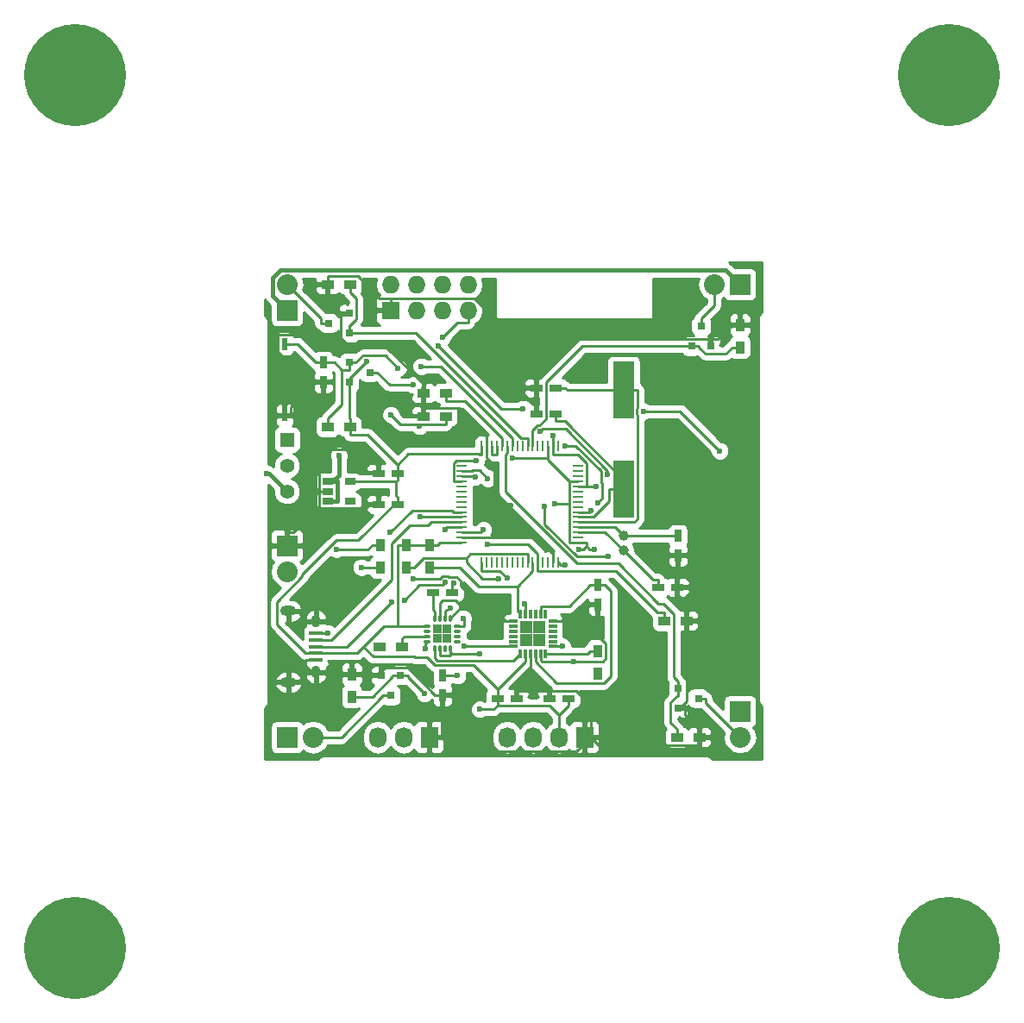
<source format=gtl>
G04 #@! TF.FileFunction,Copper,L1,Top,Signal*
%FSLAX46Y46*%
G04 Gerber Fmt 4.6, Leading zero omitted, Abs format (unit mm)*
G04 Created by KiCad (PCBNEW 4.0.2+dfsg1-stable) date 2016年07月17日 星期日 15时22分32秒*
%MOMM*%
G01*
G04 APERTURE LIST*
%ADD10C,0.100000*%
%ADD11C,10.000000*%
%ADD12R,0.750000X1.200000*%
%ADD13R,1.200000X0.750000*%
%ADD14R,2.032000X2.032000*%
%ADD15O,2.032000X2.032000*%
%ADD16R,1.727200X2.032000*%
%ADD17O,1.727200X2.032000*%
%ADD18R,0.800100X0.800100*%
%ADD19R,1.200000X0.900000*%
%ADD20R,0.900000X1.200000*%
%ADD21R,1.000000X0.250000*%
%ADD22R,0.250000X1.000000*%
%ADD23R,0.850000X0.300000*%
%ADD24R,0.300000X0.850000*%
%ADD25R,1.300000X1.300000*%
%ADD26R,1.060000X0.650000*%
%ADD27O,0.300000X0.750000*%
%ADD28O,0.750000X0.300000*%
%ADD29R,0.900000X0.900000*%
%ADD30R,2.100580X5.600700*%
%ADD31C,1.000760*%
%ADD32R,0.600000X1.200000*%
%ADD33R,1.397000X1.397000*%
%ADD34C,1.397000*%
%ADD35R,1.727200X1.727200*%
%ADD36O,1.727200X1.727200*%
%ADD37R,1.350000X0.400000*%
%ADD38O,0.950000X1.250000*%
%ADD39O,1.550000X1.000000*%
%ADD40C,0.600000*%
%ADD41C,0.400000*%
%ADD42C,0.250000*%
%ADD43C,0.254000*%
G04 APERTURE END LIST*
D10*
D11*
X179006500Y-136537700D03*
X93268800Y-136537700D03*
X179006500Y-50888900D03*
D12*
X117602000Y-79110800D03*
X117602000Y-81010800D03*
D13*
X123002000Y-89966800D03*
X124902000Y-89966800D03*
X123002000Y-93014800D03*
X124902000Y-93014800D03*
D12*
X144526000Y-100954800D03*
X144526000Y-102854800D03*
D13*
X141666000Y-112064800D03*
X139766000Y-112064800D03*
X134686000Y-112064800D03*
X136586000Y-112064800D03*
D12*
X129286000Y-111744800D03*
X129286000Y-109844800D03*
D13*
X130236000Y-101650800D03*
X128336000Y-101650800D03*
X140396000Y-81584800D03*
X138496000Y-81584800D03*
X138496000Y-84124800D03*
X140396000Y-84124800D03*
X150434000Y-101142800D03*
X152334000Y-101142800D03*
D12*
X152400000Y-98028800D03*
X152400000Y-96128800D03*
D14*
X114046000Y-97078800D03*
D15*
X114046000Y-99618800D03*
D16*
X143256000Y-115874800D03*
D17*
X140716000Y-115874800D03*
X138176000Y-115874800D03*
X135636000Y-115874800D03*
D14*
X158496000Y-71424800D03*
D15*
X155956000Y-71424800D03*
D14*
X114046000Y-73964800D03*
D15*
X114046000Y-71424800D03*
D14*
X114046000Y-115874800D03*
D15*
X116586000Y-115874800D03*
D14*
X158496000Y-113334800D03*
D15*
X158496000Y-115874800D03*
D18*
X153736000Y-77505560D03*
X155636000Y-77505560D03*
X154686000Y-75506580D03*
X120157240Y-79110800D03*
X120157240Y-81010800D03*
X122156220Y-80060800D03*
X120126760Y-76184800D03*
X120126760Y-74284800D03*
X118127780Y-75234800D03*
X125156000Y-109794040D03*
X123256000Y-109794040D03*
X124206000Y-111793020D03*
X152415240Y-111114800D03*
X152415240Y-113014800D03*
X154414220Y-112064800D03*
D19*
X129624000Y-84378800D03*
X127424000Y-84378800D03*
D20*
X123190000Y-99194800D03*
X123190000Y-96994800D03*
D19*
X120226000Y-85394800D03*
X118026000Y-85394800D03*
D20*
X125730000Y-96994800D03*
X125730000Y-99194800D03*
X128016000Y-96994800D03*
X128016000Y-99194800D03*
X144526000Y-107408800D03*
X144526000Y-109608800D03*
D19*
X123106000Y-106984800D03*
X125306000Y-106984800D03*
D20*
X158496000Y-77604800D03*
X158496000Y-75404800D03*
D19*
X151046000Y-104444800D03*
X153246000Y-104444800D03*
X120226000Y-71424800D03*
X118026000Y-71424800D03*
X129624000Y-82092800D03*
X127424000Y-82092800D03*
D20*
X120396000Y-111894800D03*
X120396000Y-109694800D03*
D19*
X152316000Y-115874800D03*
X154516000Y-115874800D03*
D21*
X142606000Y-96764800D03*
X142606000Y-96264800D03*
X142606000Y-95764800D03*
X142606000Y-95264800D03*
X142606000Y-94764800D03*
X142606000Y-94264800D03*
X142606000Y-93764800D03*
X142606000Y-93264800D03*
X142606000Y-92764800D03*
X142606000Y-92264800D03*
X142606000Y-91764800D03*
X142606000Y-91264800D03*
X142606000Y-90764800D03*
X142606000Y-90264800D03*
X142606000Y-89764800D03*
X142606000Y-89264800D03*
D22*
X140656000Y-87314800D03*
X140156000Y-87314800D03*
X139656000Y-87314800D03*
X139156000Y-87314800D03*
X138656000Y-87314800D03*
X138156000Y-87314800D03*
X137656000Y-87314800D03*
X137156000Y-87314800D03*
X136656000Y-87314800D03*
X136156000Y-87314800D03*
X135656000Y-87314800D03*
X135156000Y-87314800D03*
X134656000Y-87314800D03*
X134156000Y-87314800D03*
X133656000Y-87314800D03*
X133156000Y-87314800D03*
D21*
X131206000Y-89264800D03*
X131206000Y-89764800D03*
X131206000Y-90264800D03*
X131206000Y-90764800D03*
X131206000Y-91264800D03*
X131206000Y-91764800D03*
X131206000Y-92264800D03*
X131206000Y-92764800D03*
X131206000Y-93264800D03*
X131206000Y-93764800D03*
X131206000Y-94264800D03*
X131206000Y-94764800D03*
X131206000Y-95264800D03*
X131206000Y-95764800D03*
X131206000Y-96264800D03*
X131206000Y-96764800D03*
D22*
X133156000Y-98714800D03*
X133656000Y-98714800D03*
X134156000Y-98714800D03*
X134656000Y-98714800D03*
X135156000Y-98714800D03*
X135656000Y-98714800D03*
X136156000Y-98714800D03*
X136656000Y-98714800D03*
X137156000Y-98714800D03*
X137656000Y-98714800D03*
X138156000Y-98714800D03*
X138656000Y-98714800D03*
X139156000Y-98714800D03*
X139656000Y-98714800D03*
X140156000Y-98714800D03*
X140656000Y-98714800D03*
D23*
X136226000Y-104464800D03*
X136226000Y-104964800D03*
X136226000Y-105464800D03*
X136226000Y-105964800D03*
X136226000Y-106464800D03*
X136226000Y-106964800D03*
D24*
X136926000Y-107664800D03*
X137426000Y-107664800D03*
X137926000Y-107664800D03*
X138426000Y-107664800D03*
X138926000Y-107664800D03*
X139426000Y-107664800D03*
D23*
X140126000Y-106964800D03*
X140126000Y-106464800D03*
X140126000Y-105964800D03*
X140126000Y-105464800D03*
X140126000Y-104964800D03*
X140126000Y-104464800D03*
D24*
X139426000Y-103764800D03*
X138926000Y-103764800D03*
X138426000Y-103764800D03*
X137926000Y-103764800D03*
X137426000Y-103764800D03*
X136926000Y-103764800D03*
D25*
X138826000Y-106364800D03*
X138826000Y-105064800D03*
X137526000Y-106364800D03*
X137526000Y-105064800D03*
D26*
X118026000Y-90794800D03*
X118026000Y-91744800D03*
X118026000Y-92694800D03*
X120226000Y-92694800D03*
X120226000Y-90794800D03*
D27*
X128536000Y-107189800D03*
X129036000Y-107189800D03*
X129536000Y-107189800D03*
X130036000Y-107189800D03*
D28*
X130761000Y-106464800D03*
X130761000Y-105964800D03*
X130761000Y-105464800D03*
X130761000Y-104964800D03*
D27*
X130036000Y-104239800D03*
X129536000Y-104239800D03*
X129036000Y-104239800D03*
X128536000Y-104239800D03*
D28*
X127811000Y-104964800D03*
X127811000Y-105464800D03*
X127811000Y-105964800D03*
X127811000Y-106464800D03*
D29*
X129736000Y-105264800D03*
X128836000Y-105264800D03*
X129736000Y-106164800D03*
X128836000Y-106164800D03*
D30*
X147066000Y-91513660D03*
X147066000Y-81815940D03*
D31*
X147066000Y-96075500D03*
X147066000Y-97574100D03*
D16*
X128016000Y-115874800D03*
D17*
X125476000Y-115874800D03*
X122936000Y-115874800D03*
D32*
X113792000Y-84266800D03*
X113792000Y-77266800D03*
D33*
X114046000Y-86664800D03*
D34*
X114046000Y-89204800D03*
X114046000Y-91744800D03*
D35*
X124206000Y-73964800D03*
D36*
X124206000Y-71424800D03*
X126746000Y-73964800D03*
X126746000Y-71424800D03*
X129286000Y-73964800D03*
X129286000Y-71424800D03*
X131826000Y-73964800D03*
X131826000Y-71424800D03*
D37*
X116878540Y-105683900D03*
X116878540Y-106333900D03*
X116878540Y-106983900D03*
X116878540Y-107633900D03*
X116878540Y-108283900D03*
D38*
X116878540Y-104483900D03*
X116878540Y-109483900D03*
D39*
X114178540Y-103483900D03*
X114178540Y-110483900D03*
D11*
X93268800Y-50888900D03*
D40*
X119126000Y-88230600D03*
X135958700Y-93162200D03*
X126423800Y-100292300D03*
X144353200Y-91264800D03*
X133143400Y-85838200D03*
X140144600Y-86289200D03*
X142212700Y-108415100D03*
X112072300Y-90013300D03*
X145479600Y-90104900D03*
X138879800Y-85890300D03*
X141289300Y-87288600D03*
X144522800Y-92853500D03*
X127050300Y-85359400D03*
X124230600Y-84215500D03*
X124947000Y-79634200D03*
X143853800Y-93633300D03*
X118077000Y-105666500D03*
X132954500Y-113146200D03*
X132954500Y-107732400D03*
X141078200Y-106964800D03*
X140323300Y-92977100D03*
X121832300Y-79012200D03*
X141308500Y-98970000D03*
X142674500Y-97406800D03*
X136170700Y-88493100D03*
X144188300Y-97414400D03*
X128892400Y-77442700D03*
X137205900Y-83612800D03*
X130048000Y-103174800D03*
X130773000Y-109844800D03*
X131312900Y-104198100D03*
X130443000Y-100758400D03*
X149000800Y-83882000D03*
X156525000Y-87773700D03*
X121336700Y-99194800D03*
X127115900Y-94264800D03*
X124181300Y-95753600D03*
X133315600Y-95497700D03*
X135636000Y-100283100D03*
X133713100Y-96905300D03*
X126432200Y-81289300D03*
X127222500Y-79466200D03*
X127535300Y-111613000D03*
X118881300Y-97433700D03*
X134805000Y-100298200D03*
X137392400Y-102808300D03*
X145542000Y-98156300D03*
X139336000Y-93245000D03*
X133744900Y-90464000D03*
X132626300Y-88700300D03*
X129284500Y-76608100D03*
X132553700Y-90317600D03*
X127588000Y-107155800D03*
X131442300Y-106964800D03*
X124305400Y-102580400D03*
X125556100Y-102449000D03*
X129551800Y-100670000D03*
X129551800Y-95464500D03*
D41*
X118956300Y-92694800D02*
X118956300Y-90794800D01*
X118026000Y-92694800D02*
X118956300Y-92694800D01*
X118026000Y-90794800D02*
X118491200Y-90794800D01*
X118491200Y-90794800D02*
X118956300Y-90794800D01*
X119126000Y-90160000D02*
X119126000Y-88230600D01*
X118491200Y-90794800D02*
X119126000Y-90160000D01*
D42*
X129036000Y-104239800D02*
X129036000Y-102670800D01*
X130556000Y-102412800D02*
X131209500Y-103066300D01*
X129294000Y-102412800D02*
X130556000Y-102412800D01*
X129036000Y-102670800D02*
X129294000Y-102412800D01*
X115278800Y-110283300D02*
X116078200Y-109483900D01*
X115278800Y-110483900D02*
X115278800Y-110283300D01*
X114178500Y-110483900D02*
X115278800Y-110483900D01*
X115278800Y-103684500D02*
X116078200Y-104483900D01*
X115278800Y-103483900D02*
X115278800Y-103684500D01*
X116878500Y-104483900D02*
X116078200Y-104483900D01*
X114178500Y-103483900D02*
X115278800Y-103483900D01*
X116478400Y-109483900D02*
X116078200Y-109483900D01*
X115878200Y-108883700D02*
X115878200Y-108283900D01*
X116478400Y-109483900D02*
X115878200Y-108883700D01*
X116878500Y-108283900D02*
X115878200Y-108283900D01*
X116678500Y-109483900D02*
X116478400Y-109483900D01*
X116678500Y-109483900D02*
X116878500Y-109483900D01*
X119409800Y-109483900D02*
X119620700Y-109694800D01*
X116878500Y-109483900D02*
X119409800Y-109483900D01*
X114417300Y-83495200D02*
X116901700Y-81010800D01*
X114417300Y-84266800D02*
X114417300Y-83495200D01*
X128016000Y-115874800D02*
X129204900Y-115874800D01*
X144526000Y-102854800D02*
X143825700Y-102854800D01*
X140156000Y-98714800D02*
X140156000Y-97889500D01*
X143431300Y-88990200D02*
X143431300Y-91264800D01*
X142581200Y-88140100D02*
X143431300Y-88990200D01*
X140156000Y-88140100D02*
X142581200Y-88140100D01*
X140156000Y-87614800D02*
X140156000Y-88140100D01*
X140156000Y-87614800D02*
X140156000Y-87314800D01*
X153140600Y-113724100D02*
X153140600Y-113014800D01*
X154516000Y-115099500D02*
X153140600Y-113724100D01*
X120008400Y-109694800D02*
X119620700Y-109694800D01*
X120008400Y-109694800D02*
X120396000Y-109694800D01*
X122431400Y-109694800D02*
X122530600Y-109794000D01*
X120396000Y-109694800D02*
X122431400Y-109694800D01*
X152334000Y-101142800D02*
X152334000Y-101843100D01*
X156345300Y-76780200D02*
X155636000Y-76780200D01*
X157720700Y-75404800D02*
X156345300Y-76780200D01*
X158496000Y-75404800D02*
X157720700Y-75404800D01*
X154516000Y-115599700D02*
X154516000Y-115099500D01*
X154516000Y-115599700D02*
X154516000Y-115874800D01*
X154516000Y-115874800D02*
X154516000Y-116650100D01*
X120126800Y-74284800D02*
X119514000Y-74284800D01*
X155636000Y-77505600D02*
X155636000Y-77142900D01*
X155636000Y-77142900D02*
X155636000Y-76780200D01*
X143256000Y-115874800D02*
X143850500Y-115874800D01*
X143850500Y-115874800D02*
X143850500Y-112769600D01*
X152400000Y-98028800D02*
X152400000Y-98954100D01*
X152334000Y-99020100D02*
X152334000Y-101142800D01*
X152400000Y-98954100D02*
X152334000Y-99020100D01*
X138496000Y-84124800D02*
X138496000Y-81584800D01*
X138496000Y-81584800D02*
X138496000Y-80884500D01*
X129286000Y-111744800D02*
X129286000Y-112670100D01*
X136586000Y-112064800D02*
X136586000Y-111477100D01*
X136698600Y-111364500D02*
X137926000Y-111364500D01*
X136586000Y-111477100D02*
X136698600Y-111364500D01*
X123002000Y-93014800D02*
X122076700Y-93014800D01*
X118026000Y-91744800D02*
X117170700Y-91744800D01*
X123002000Y-89966800D02*
X123002000Y-89266500D01*
X114104700Y-84266800D02*
X114399800Y-84266800D01*
X113792000Y-84266800D02*
X114104700Y-84266800D01*
X114399800Y-84266800D02*
X114417300Y-84266800D01*
X117170700Y-88623300D02*
X117170700Y-91744800D01*
X117963500Y-87830500D02*
X117170700Y-88623300D01*
X114399800Y-84266800D02*
X117963500Y-87830500D01*
X121336900Y-87601400D02*
X123002000Y-89266500D01*
X118192600Y-87601400D02*
X121336900Y-87601400D01*
X117963500Y-87830500D02*
X118192600Y-87601400D01*
X114046000Y-97078800D02*
X114046000Y-95737500D01*
X114628200Y-95737500D02*
X117170700Y-93195000D01*
X114046000Y-95737500D02*
X114628200Y-95737500D01*
X117328300Y-93352600D02*
X117170700Y-93195000D01*
X121738900Y-93352600D02*
X117328300Y-93352600D01*
X122076700Y-93014800D02*
X121738900Y-93352600D01*
X117170700Y-93195000D02*
X117170700Y-91744800D01*
X123256000Y-109794000D02*
X122893300Y-109794000D01*
X122893300Y-109794000D02*
X122530600Y-109794000D01*
X129286000Y-111744800D02*
X128585700Y-111744800D01*
X143140200Y-103540300D02*
X143825700Y-102854800D01*
X143140200Y-104464800D02*
X143140200Y-103540300D01*
X140126000Y-104464800D02*
X143140200Y-104464800D01*
X131206000Y-96264800D02*
X134402400Y-96264800D01*
X138531300Y-96264800D02*
X140156000Y-97889500D01*
X134402400Y-96264800D02*
X138531300Y-96264800D01*
X133656000Y-87314800D02*
X133656000Y-86489500D01*
X127424000Y-84378800D02*
X127424000Y-83603500D01*
X127424000Y-83603500D02*
X127424000Y-82868100D01*
X127424000Y-82092800D02*
X127424000Y-82868100D01*
X134402400Y-96264800D02*
X134402400Y-93162200D01*
X133656000Y-88499700D02*
X133656000Y-87314800D01*
X134402400Y-89246100D02*
X133656000Y-88499700D01*
X134402400Y-93162200D02*
X134402400Y-89246100D01*
X118026000Y-71699800D02*
X118026000Y-72200100D01*
X118026000Y-71699800D02*
X118026000Y-71424800D01*
X123119300Y-72775900D02*
X124206000Y-72775900D01*
X120992900Y-70649500D02*
X123119300Y-72775900D01*
X118026000Y-70649500D02*
X120992900Y-70649500D01*
X118026000Y-71424800D02*
X118026000Y-70649500D01*
X124206000Y-73964800D02*
X124206000Y-72775900D01*
X152415200Y-113014800D02*
X152566300Y-113014800D01*
X152566300Y-113014800D02*
X153140600Y-113014800D01*
X153246000Y-102755100D02*
X152334000Y-101843100D01*
X153246000Y-104444800D02*
X153246000Y-102755100D01*
X153246000Y-112335100D02*
X152566300Y-113014800D01*
X153246000Y-104444800D02*
X153246000Y-112335100D01*
X144625800Y-116650100D02*
X154516000Y-116650100D01*
X143850500Y-115874800D02*
X144625800Y-116650100D01*
X129204900Y-112751200D02*
X129286000Y-112670100D01*
X129204900Y-115874800D02*
X129204900Y-112751200D01*
X142445700Y-117279600D02*
X143850500Y-115874800D01*
X130609700Y-117279600D02*
X142445700Y-117279600D01*
X129204900Y-115874800D02*
X130609700Y-117279600D01*
X127424000Y-82092800D02*
X127424000Y-81317500D01*
X119514000Y-74284800D02*
X119347900Y-74284800D01*
X118026000Y-72962900D02*
X118026000Y-72200100D01*
X119347900Y-74284800D02*
X118026000Y-72962900D01*
X125909500Y-109068600D02*
X128585700Y-111744800D01*
X123618700Y-109068600D02*
X125909500Y-109068600D01*
X122893300Y-109794000D02*
X123618700Y-109068600D01*
X142606000Y-91264800D02*
X143318700Y-91264800D01*
X143318700Y-91264800D02*
X143431300Y-91264800D01*
X143431300Y-91264800D02*
X144353200Y-91264800D01*
X132439600Y-72775900D02*
X124206000Y-72775900D01*
X139522100Y-79858400D02*
X132439600Y-72775900D01*
X142600400Y-76780100D02*
X139522100Y-79858400D01*
X155273200Y-76780100D02*
X142600400Y-76780100D01*
X155636000Y-77142900D02*
X155273200Y-76780100D01*
X139522100Y-79858400D02*
X138496000Y-80884500D01*
X134402400Y-93162200D02*
X135958700Y-93162200D01*
X117602000Y-81010800D02*
X117014300Y-81010800D01*
X117014300Y-81010800D02*
X116901700Y-81010800D01*
X113304700Y-76331200D02*
X119347900Y-76331200D01*
X113166600Y-76469300D02*
X113304700Y-76331200D01*
X113166600Y-78057200D02*
X113166600Y-76469300D01*
X116120200Y-81010800D02*
X113166600Y-78057200D01*
X116901700Y-81010800D02*
X116120200Y-81010800D01*
X119347900Y-74284800D02*
X119347900Y-76331200D01*
X130036000Y-104239800D02*
X131209500Y-103066300D01*
X131209500Y-103066300D02*
X132155200Y-102120600D01*
X132681500Y-102647000D02*
X132155200Y-102120600D01*
X133657900Y-102647000D02*
X132681500Y-102647000D01*
X135475700Y-104464800D02*
X133657900Y-102647000D01*
X136226000Y-104464800D02*
X135475700Y-104464800D01*
X138926000Y-107664800D02*
X138926000Y-108302500D01*
X130908700Y-83603500D02*
X133143400Y-85838200D01*
X127424000Y-83603500D02*
X130908700Y-83603500D01*
X133656000Y-86350800D02*
X133656000Y-86489500D01*
X133143400Y-85838200D02*
X133656000Y-86350800D01*
X140156000Y-87314800D02*
X140156000Y-86489500D01*
X140144600Y-86478100D02*
X140156000Y-86489500D01*
X140144600Y-86289200D02*
X140144600Y-86478100D01*
X119347900Y-76702000D02*
X119347900Y-76331200D01*
X120274100Y-77628200D02*
X119347900Y-76702000D01*
X123825400Y-77628200D02*
X120274100Y-77628200D01*
X127424000Y-81226800D02*
X123825400Y-77628200D01*
X127424000Y-81317500D02*
X127424000Y-81226800D01*
X137926000Y-111364500D02*
X137926000Y-107664800D01*
X139038600Y-108415100D02*
X142212700Y-108415100D01*
X138926000Y-108302500D02*
X139038600Y-108415100D01*
X145336800Y-106661400D02*
X143140200Y-104464800D01*
X145336800Y-108122000D02*
X145336800Y-106661400D01*
X145043700Y-108415100D02*
X145336800Y-108122000D01*
X142212700Y-108415100D02*
X145043700Y-108415100D01*
X129045200Y-100292300D02*
X126423800Y-100292300D01*
X129292800Y-100044700D02*
X129045200Y-100292300D01*
X129810900Y-100044700D02*
X129292800Y-100044700D01*
X129899300Y-100133100D02*
X129810900Y-100044700D01*
X130702100Y-100133100D02*
X129899300Y-100133100D01*
X131068300Y-100499300D02*
X130702100Y-100133100D01*
X131068300Y-101033800D02*
X131068300Y-100499300D01*
X132155200Y-102120600D02*
X131068300Y-101033800D01*
X143850500Y-112769600D02*
X142445400Y-111364500D01*
X137926000Y-111364500D02*
X139766000Y-111364500D01*
X142445400Y-111364500D02*
X139766000Y-111364500D01*
X139766000Y-112064800D02*
X139766000Y-111364500D01*
D41*
X112314500Y-90013300D02*
X112072300Y-90013300D01*
X114046000Y-91744800D02*
X112314500Y-90013300D01*
X112599200Y-72518000D02*
X114046000Y-73964800D01*
X112599200Y-70814200D02*
X112599200Y-72518000D01*
X113417400Y-69996000D02*
X112599200Y-70814200D01*
X157067200Y-69996000D02*
X113417400Y-69996000D01*
X158496000Y-71424800D02*
X157067200Y-69996000D01*
D42*
X139134600Y-85635500D02*
X138879800Y-85890300D01*
X141390700Y-85635500D02*
X139134600Y-85635500D01*
X145479600Y-89724400D02*
X141390700Y-85635500D01*
X145479600Y-90104900D02*
X145479600Y-89724400D01*
X144978600Y-92397700D02*
X144522800Y-92853500D01*
X144978600Y-90979300D02*
X144978600Y-92397700D01*
X144854300Y-90855000D02*
X144978600Y-90979300D01*
X144854300Y-89760900D02*
X144854300Y-90855000D01*
X142382000Y-87288600D02*
X144854300Y-89760900D01*
X141289300Y-87288600D02*
X142382000Y-87288600D01*
X129624000Y-84378800D02*
X129624000Y-85154100D01*
X127050300Y-85154200D02*
X127050300Y-85359400D01*
X129623900Y-85154200D02*
X129624000Y-85154100D01*
X127050300Y-85154200D02*
X129623900Y-85154200D01*
X125169300Y-85154200D02*
X124230600Y-84215500D01*
X127050300Y-85154200D02*
X125169300Y-85154200D01*
X115057700Y-77266800D02*
X116901700Y-79110800D01*
X113792000Y-77266800D02*
X115057700Y-77266800D01*
X118026000Y-85394800D02*
X118026000Y-84619500D01*
X117364500Y-79110800D02*
X116901700Y-79110800D01*
X117364500Y-79110800D02*
X117602000Y-79110800D01*
X118706400Y-79110800D02*
X119431800Y-79836200D01*
X117602000Y-79110800D02*
X118706400Y-79110800D01*
X119431800Y-83213700D02*
X118026000Y-84619500D01*
X119431800Y-79836200D02*
X119431800Y-83213700D01*
X120157200Y-79836200D02*
X119431800Y-79836200D01*
X120157200Y-79473500D02*
X120157200Y-79836200D01*
X120157200Y-79473500D02*
X120157200Y-79110800D01*
X123699600Y-78386800D02*
X124947000Y-79634200D01*
X121516000Y-78386800D02*
X123699600Y-78386800D01*
X120882600Y-79020200D02*
X121516000Y-78386800D01*
X120882600Y-79110800D02*
X120882600Y-79020200D01*
X120157200Y-79110800D02*
X120882600Y-79110800D01*
X143722300Y-93764800D02*
X142606000Y-93764800D01*
X143853800Y-93633300D02*
X143722300Y-93764800D01*
X116878500Y-105683900D02*
X117878800Y-105683900D01*
X117896200Y-105666500D02*
X118077000Y-105666500D01*
X117878800Y-105683900D02*
X117896200Y-105666500D01*
X141666000Y-112064800D02*
X141666000Y-112765100D01*
X140716000Y-113715100D02*
X141666000Y-112765100D01*
X139766000Y-112765100D02*
X140716000Y-113715100D01*
X134686000Y-112765100D02*
X139766000Y-112765100D01*
X134304900Y-113146200D02*
X132954500Y-113146200D01*
X134686000Y-112765100D02*
X134304900Y-113146200D01*
X129036000Y-107189800D02*
X129036000Y-107890100D01*
X130036000Y-107890100D02*
X129036000Y-107890100D01*
X124902000Y-89966800D02*
X124902000Y-90667100D01*
X142606000Y-96764800D02*
X141780700Y-96764800D01*
X129021300Y-96764800D02*
X128791300Y-96994800D01*
X131206000Y-96764800D02*
X129021300Y-96764800D01*
X142606000Y-90764800D02*
X141893300Y-90764800D01*
X141893300Y-90764800D02*
X141780700Y-90764800D01*
X124902000Y-89966800D02*
X124902000Y-89266500D01*
X128403700Y-96994800D02*
X128791300Y-96994800D01*
X128403700Y-96994800D02*
X128016000Y-96994800D01*
X128016000Y-96994800D02*
X125730000Y-96994800D01*
X125730000Y-96994800D02*
X124954700Y-96994800D01*
X120226000Y-85394800D02*
X120226000Y-86170100D01*
X121941500Y-86170100D02*
X124902000Y-89130600D01*
X120226000Y-86170100D02*
X121941500Y-86170100D01*
X124902000Y-89130600D02*
X124902000Y-89266500D01*
X120157200Y-84550700D02*
X120226000Y-84619500D01*
X120157200Y-81010800D02*
X120157200Y-84550700D01*
X120226000Y-85394800D02*
X120226000Y-84619500D01*
X140716000Y-115874800D02*
X140716000Y-113715100D01*
X134686000Y-112414900D02*
X134686000Y-112765100D01*
X124774300Y-92186800D02*
X124774300Y-90794800D01*
X124902000Y-92314500D02*
X124774300Y-92186800D01*
X120226000Y-90794800D02*
X124774300Y-90794800D01*
X124774300Y-90794800D02*
X124902000Y-90667100D01*
X133156000Y-87314800D02*
X133156000Y-88140100D01*
X137426000Y-107664800D02*
X137426000Y-108415100D01*
X140126000Y-106964800D02*
X141078200Y-106964800D01*
X134686000Y-112064800D02*
X134686000Y-112414900D01*
X125957600Y-88075000D02*
X124902000Y-89130600D01*
X132885400Y-88075000D02*
X125957600Y-88075000D01*
X132950500Y-88140100D02*
X132885400Y-88075000D01*
X133156000Y-88140100D02*
X132950500Y-88140100D01*
X141780700Y-90764800D02*
X141780700Y-92977100D01*
X141780700Y-92977100D02*
X140323300Y-92977100D01*
X137426000Y-108415100D02*
X134686000Y-111155100D01*
X134686000Y-111155100D02*
X134686000Y-112064800D01*
X120921600Y-107633900D02*
X121547200Y-107008300D01*
X116878500Y-107633900D02*
X120921600Y-107633900D01*
X120157200Y-80687300D02*
X121832300Y-79012200D01*
X120157200Y-81010800D02*
X120157200Y-80687300D01*
X122508500Y-107969700D02*
X121547200Y-107008300D01*
X126545600Y-107969700D02*
X122508500Y-107969700D01*
X126624600Y-108048700D02*
X126545600Y-107969700D01*
X127811200Y-108048700D02*
X126624600Y-108048700D01*
X128575800Y-108813300D02*
X127811200Y-108048700D01*
X132344200Y-108813300D02*
X128575800Y-108813300D01*
X134686000Y-111155100D02*
X132344200Y-108813300D01*
X124902000Y-92664600D02*
X124902000Y-92682200D01*
X124902000Y-93014800D02*
X124902000Y-92682200D01*
X124902000Y-92664600D02*
X124902000Y-92314500D01*
X116878500Y-107633900D02*
X115878200Y-107633900D01*
X140911200Y-98970000D02*
X140656000Y-98714800D01*
X141308500Y-98970000D02*
X140911200Y-98970000D01*
X142606000Y-96764800D02*
X143431300Y-96764800D01*
X139656000Y-88640100D02*
X139656000Y-88493100D01*
X141780700Y-90764800D02*
X139656000Y-88640100D01*
X139656000Y-88493100D02*
X139656000Y-87314800D01*
X139656000Y-88493100D02*
X136170700Y-88493100D01*
X141780700Y-92977100D02*
X141780700Y-96764800D01*
X130036000Y-107189800D02*
X130036000Y-107525700D01*
X130036000Y-107525700D02*
X130036000Y-107890100D01*
X143743100Y-97414400D02*
X143431300Y-97102600D01*
X144188300Y-97414400D02*
X143743100Y-97414400D01*
X143431300Y-96764800D02*
X143431300Y-97102600D01*
X143127100Y-97406800D02*
X142674500Y-97406800D01*
X143431300Y-97102600D02*
X143127100Y-97406800D01*
X113042900Y-104798600D02*
X115878200Y-107633900D01*
X113042900Y-102572900D02*
X113042900Y-104798600D01*
X115503900Y-100111900D02*
X113042900Y-102572900D01*
X115503900Y-99910800D02*
X115503900Y-100111900D01*
X118882500Y-96532200D02*
X115503900Y-99910800D01*
X121052000Y-96532200D02*
X118882500Y-96532200D01*
X124902000Y-92682200D02*
X121052000Y-96532200D01*
X124930800Y-97018700D02*
X124930800Y-104964800D01*
X124954700Y-96994800D02*
X124930800Y-97018700D01*
X123590700Y-104964800D02*
X124930800Y-104964800D01*
X121547200Y-107008300D02*
X123590700Y-104964800D01*
X124930800Y-104964800D02*
X127811000Y-104964800D01*
X130242700Y-107732400D02*
X132954500Y-107732400D01*
X130036000Y-107525700D02*
X130242700Y-107732400D01*
X138926000Y-103764800D02*
X138926000Y-103014500D01*
X141766000Y-103014500D02*
X143825700Y-100954800D01*
X138926000Y-103014500D02*
X141766000Y-103014500D01*
X144526000Y-100954800D02*
X143825700Y-100954800D01*
X145822700Y-101551200D02*
X145226300Y-100954800D01*
X145822700Y-109880700D02*
X145822700Y-101551200D01*
X145148800Y-110554600D02*
X145822700Y-109880700D01*
X140512300Y-110554600D02*
X145148800Y-110554600D01*
X138426000Y-108468300D02*
X140512300Y-110554600D01*
X138426000Y-107664800D02*
X138426000Y-108468300D01*
X144526000Y-100954800D02*
X145226300Y-100954800D01*
X135062500Y-83612800D02*
X128892400Y-77442700D01*
X137205900Y-83612800D02*
X135062500Y-83612800D01*
X129536000Y-104239800D02*
X129536000Y-103432800D01*
X129986300Y-109844800D02*
X130773000Y-109844800D01*
X129986300Y-109844800D02*
X129286000Y-109844800D01*
X129536000Y-103432800D02*
X130048000Y-103174800D01*
X130761000Y-104964800D02*
X131461300Y-104964800D01*
X131461300Y-104964800D02*
X131461300Y-104346500D01*
X131461300Y-104346500D02*
X131312900Y-104198100D01*
X130236000Y-101650800D02*
X130236000Y-100950500D01*
X130443000Y-100758400D02*
X130250900Y-100950500D01*
X130250900Y-100950500D02*
X130236000Y-100950500D01*
X128336000Y-103339500D02*
X128336000Y-101650800D01*
X128536000Y-103539500D02*
X128336000Y-103339500D01*
X128536000Y-104239800D02*
X128536000Y-103539500D01*
X152633300Y-83882000D02*
X156525000Y-87773700D01*
X149000800Y-83882000D02*
X152633300Y-83882000D01*
X140396000Y-81584800D02*
X141321300Y-81584800D01*
X141552400Y-81815900D02*
X147066000Y-81815900D01*
X141321300Y-81584800D02*
X141552400Y-81815900D01*
X147066000Y-81815900D02*
X148441600Y-81815900D01*
X148137300Y-94764800D02*
X142606000Y-94764800D01*
X148441600Y-94460500D02*
X148137300Y-94764800D01*
X148441600Y-84207100D02*
X148441600Y-94460500D01*
X148375500Y-84141000D02*
X148441600Y-84207100D01*
X148375500Y-83623000D02*
X148375500Y-84141000D01*
X148441600Y-83556900D02*
X148375500Y-83623000D01*
X148441600Y-81815900D02*
X148441600Y-83556900D01*
X142606000Y-94264800D02*
X143431300Y-94264800D01*
X147066000Y-91513700D02*
X147025800Y-91513700D01*
X147025800Y-91513700D02*
X145690400Y-91513700D01*
X140396000Y-84124800D02*
X140396000Y-84825100D01*
X141296800Y-84825100D02*
X140396000Y-84825100D01*
X147025800Y-90554100D02*
X141296800Y-84825100D01*
X147025800Y-91513700D02*
X147025800Y-90554100D01*
X145690400Y-92681100D02*
X145690400Y-91513700D01*
X144106700Y-94264800D02*
X145690400Y-92681100D01*
X143431300Y-94264800D02*
X144106700Y-94264800D01*
X145256700Y-95764800D02*
X142606000Y-95764800D01*
X147066000Y-97574100D02*
X145256700Y-95764800D01*
X149934400Y-100442500D02*
X147066000Y-97574100D01*
X150434000Y-100442500D02*
X149934400Y-100442500D01*
X150434000Y-101142800D02*
X150434000Y-100442500D01*
X146255300Y-95264800D02*
X147066000Y-96075500D01*
X142606000Y-95264800D02*
X146255300Y-95264800D01*
X147119300Y-96128800D02*
X147066000Y-96075500D01*
X152400000Y-96128800D02*
X147119300Y-96128800D01*
X123190000Y-99194800D02*
X121336700Y-99194800D01*
X131206000Y-94264800D02*
X127115900Y-94264800D01*
X126305700Y-93629200D02*
X124181300Y-95753600D01*
X130245000Y-93629200D02*
X126305700Y-93629200D01*
X130380600Y-93764800D02*
X130245000Y-93629200D01*
X131206000Y-93764800D02*
X130380600Y-93764800D01*
X133048500Y-95764800D02*
X133315600Y-95497700D01*
X131206000Y-95764800D02*
X133048500Y-95764800D01*
X133156000Y-98714800D02*
X133156000Y-99540100D01*
X134931300Y-99540100D02*
X133156000Y-99540100D01*
X135636000Y-100244800D02*
X134931300Y-99540100D01*
X135636000Y-100283100D02*
X135636000Y-100244800D01*
X155956000Y-73511200D02*
X155956000Y-71424800D01*
X154686000Y-74781200D02*
X155956000Y-73511200D01*
X154686000Y-75506600D02*
X154686000Y-74781200D01*
X117402400Y-74781200D02*
X114046000Y-71424800D01*
X117402400Y-75234800D02*
X117402400Y-74781200D01*
X118127800Y-75234800D02*
X117402400Y-75234800D01*
X119398800Y-115874800D02*
X116586000Y-115874800D01*
X123480600Y-111793000D02*
X119398800Y-115874800D01*
X124206000Y-111793000D02*
X123480600Y-111793000D01*
X155139600Y-112518400D02*
X158496000Y-115874800D01*
X155139600Y-112064800D02*
X155139600Y-112518400D01*
X154414200Y-112064800D02*
X155139600Y-112064800D01*
X154461400Y-77596400D02*
X154461400Y-77505600D01*
X155095900Y-78230900D02*
X154461400Y-77596400D01*
X157094600Y-78230900D02*
X155095900Y-78230900D01*
X157720700Y-77604800D02*
X157094600Y-78230900D01*
X158496000Y-77604800D02*
X157720700Y-77604800D01*
X154098700Y-77505600D02*
X154461400Y-77505600D01*
X154098700Y-77505600D02*
X153736000Y-77505600D01*
X138156000Y-85729800D02*
X138156000Y-87314800D01*
X138620800Y-85265000D02*
X138156000Y-85729800D01*
X138829900Y-85265000D02*
X138620800Y-85265000D01*
X139470600Y-84624300D02*
X138829900Y-85265000D01*
X139470600Y-81061700D02*
X139470600Y-84624300D01*
X143026700Y-77505600D02*
X139470600Y-81061700D01*
X153736000Y-77505600D02*
X143026700Y-77505600D01*
X151046000Y-104444800D02*
X151046000Y-103669500D01*
X138656000Y-99036600D02*
X138656000Y-99540100D01*
X138656000Y-99036600D02*
X138656000Y-98714800D01*
X137671800Y-96905300D02*
X133713100Y-96905300D01*
X138656000Y-97889500D02*
X137671800Y-96905300D01*
X122156200Y-80060800D02*
X122881600Y-80060800D01*
X138656000Y-98714800D02*
X138656000Y-97889500D01*
X124110100Y-81289300D02*
X126432200Y-81289300D01*
X122881600Y-80060800D02*
X124110100Y-81289300D01*
X150409100Y-103669500D02*
X151046000Y-103669500D01*
X146334900Y-99595300D02*
X150409100Y-103669500D01*
X138711200Y-99595300D02*
X146334900Y-99595300D01*
X138656000Y-99540100D02*
X138711200Y-99595300D01*
X120217600Y-75459400D02*
X120126800Y-75459400D01*
X120852100Y-74824900D02*
X120217600Y-75459400D01*
X120852100Y-72826200D02*
X120852100Y-74824900D01*
X120226000Y-72200100D02*
X120852100Y-72826200D01*
X120226000Y-71424800D02*
X120226000Y-72200100D01*
X120126800Y-75822100D02*
X120126800Y-75459400D01*
X120126800Y-75822100D02*
X120126800Y-76184800D01*
X137656000Y-87314800D02*
X137656000Y-86489500D01*
X137019200Y-86489500D02*
X137656000Y-86489500D01*
X126714500Y-76184800D02*
X137019200Y-86489500D01*
X120126800Y-76184800D02*
X126714500Y-76184800D01*
X124430600Y-109884800D02*
X124430600Y-109794000D01*
X122420600Y-111894800D02*
X124430600Y-109884800D01*
X121171300Y-111894800D02*
X122420600Y-111894800D01*
X120396000Y-111894800D02*
X121171300Y-111894800D01*
X124793300Y-109794000D02*
X125067600Y-109794000D01*
X124793300Y-109794000D02*
X124430600Y-109794000D01*
X125156000Y-109794000D02*
X125067600Y-109794000D01*
X129132700Y-79466200D02*
X127222500Y-79466200D01*
X136156000Y-86489500D02*
X129132700Y-79466200D01*
X125156000Y-109794000D02*
X125881300Y-109794000D01*
X125881300Y-109959000D02*
X127535300Y-111613000D01*
X125881300Y-109794000D02*
X125881300Y-109959000D01*
X136156000Y-87314800D02*
X136156000Y-86489500D01*
X152324400Y-111840200D02*
X152415200Y-111840200D01*
X151689900Y-112474700D02*
X152324400Y-111840200D01*
X151689900Y-114473400D02*
X151689900Y-112474700D01*
X152316000Y-115099500D02*
X151689900Y-114473400D01*
X152316000Y-115874800D02*
X152316000Y-115099500D01*
X152415200Y-111114800D02*
X152415200Y-111840200D01*
X152415200Y-111114800D02*
X152415200Y-110389500D01*
X151971400Y-109945700D02*
X152415200Y-110389500D01*
X151971400Y-103777000D02*
X151971400Y-109945700D01*
X150950700Y-102756300D02*
X151971400Y-103777000D01*
X150508300Y-102756300D02*
X150950700Y-102756300D01*
X146547700Y-98795700D02*
X150508300Y-102756300D01*
X142506000Y-98795700D02*
X146547700Y-98795700D01*
X135516100Y-91805800D02*
X142506000Y-98795700D01*
X135516100Y-88094200D02*
X135516100Y-91805800D01*
X135656000Y-87954300D02*
X135516100Y-88094200D01*
X135656000Y-87314800D02*
X135656000Y-87954300D01*
X123190000Y-96994800D02*
X122414700Y-96994800D01*
X121975800Y-97433700D02*
X118881300Y-97433700D01*
X122414700Y-96994800D02*
X121975800Y-97433700D01*
X125730000Y-99194800D02*
X126505300Y-99194800D01*
X137656000Y-98302100D02*
X137656000Y-97889500D01*
X137656000Y-98302100D02*
X137656000Y-98714800D01*
X133202000Y-100298200D02*
X134805000Y-100298200D01*
X131651400Y-98747600D02*
X133202000Y-100298200D01*
X131651400Y-98269400D02*
X131651400Y-98747600D01*
X127430700Y-98269400D02*
X131651400Y-98269400D01*
X126505300Y-99194800D02*
X127430700Y-98269400D01*
X132031300Y-97889500D02*
X137656000Y-97889500D01*
X131651400Y-98269400D02*
X132031300Y-97889500D01*
X137426000Y-102841900D02*
X137392400Y-102808300D01*
X137426000Y-103764800D02*
X137426000Y-102841900D01*
X128016000Y-99194800D02*
X128791300Y-99194800D01*
X138156000Y-98714800D02*
X138156000Y-99540100D01*
X138156000Y-99540100D02*
X136641100Y-101055000D01*
X132843400Y-101055000D02*
X136641100Y-101055000D01*
X130983200Y-99194800D02*
X132843400Y-101055000D01*
X128791300Y-99194800D02*
X130983200Y-99194800D01*
X136641100Y-103479900D02*
X136926000Y-103764800D01*
X136641100Y-101055000D02*
X136641100Y-103479900D01*
X139336000Y-94988800D02*
X139336000Y-93245000D01*
X142503500Y-98156300D02*
X139336000Y-94988800D01*
X145542000Y-98156300D02*
X142503500Y-98156300D01*
X144526000Y-107408800D02*
X143750700Y-107408800D01*
X143494700Y-107664800D02*
X143750700Y-107408800D01*
X139426000Y-107664800D02*
X143494700Y-107664800D01*
X125550700Y-105964800D02*
X125306000Y-106209500D01*
X127811000Y-105964800D02*
X125550700Y-105964800D01*
X125306000Y-106984800D02*
X125306000Y-106209500D01*
X135156000Y-87314800D02*
X135156000Y-86489500D01*
X129624000Y-82092800D02*
X129624000Y-82868100D01*
X131534600Y-82868100D02*
X135156000Y-86489500D01*
X129624000Y-82868100D02*
X131534600Y-82868100D01*
X132222200Y-89764800D02*
X131206000Y-89764800D01*
X132294700Y-89692300D02*
X132222200Y-89764800D01*
X132973200Y-89692300D02*
X132294700Y-89692300D01*
X133744900Y-90464000D02*
X132973200Y-89692300D01*
X130675000Y-88700300D02*
X132626300Y-88700300D01*
X130380700Y-88994600D02*
X130675000Y-88700300D01*
X130380700Y-90764800D02*
X130380700Y-88994600D01*
X131206000Y-90764800D02*
X130380700Y-90764800D01*
X130738900Y-75153700D02*
X129284500Y-76608100D01*
X131826000Y-75153700D02*
X130738900Y-75153700D01*
X132500900Y-90264800D02*
X131206000Y-90264800D01*
X132553700Y-90317600D02*
X132500900Y-90264800D01*
X131826000Y-73964800D02*
X131826000Y-75153700D01*
X136226000Y-106964800D02*
X131442300Y-106964800D01*
X127811000Y-106464800D02*
X127588000Y-106687800D01*
X127588000Y-106687800D02*
X127588000Y-107155800D01*
X136227900Y-108362900D02*
X136926000Y-107664800D01*
X128811800Y-108362900D02*
X136227900Y-108362900D01*
X128536000Y-108087100D02*
X128811800Y-108362900D01*
X128536000Y-107189800D02*
X128536000Y-108087100D01*
X128167200Y-94764800D02*
X131206000Y-94764800D01*
X127892300Y-95039700D02*
X128167200Y-94764800D01*
X126113500Y-95039700D02*
X127892300Y-95039700D01*
X124287000Y-96866200D02*
X126113500Y-95039700D01*
X124287000Y-100413300D02*
X124287000Y-96866200D01*
X118366400Y-106333900D02*
X124287000Y-100413300D01*
X116878500Y-106333900D02*
X118366400Y-106333900D01*
X119901900Y-106983900D02*
X124305400Y-102580400D01*
X116878500Y-106983900D02*
X119901900Y-106983900D01*
X129271400Y-100950400D02*
X129551800Y-100670000D01*
X127054700Y-100950400D02*
X129271400Y-100950400D01*
X125556100Y-102449000D02*
X127054700Y-100950400D01*
X129751500Y-95264800D02*
X129551800Y-95464500D01*
X131206000Y-95264800D02*
X129751500Y-95264800D01*
X134156000Y-88140100D02*
X134656000Y-88140100D01*
X134156000Y-87314800D02*
X134156000Y-88140100D01*
X134656000Y-87314800D02*
X134656000Y-88140100D01*
D43*
G36*
X160655000Y-74075564D02*
X160513532Y-74217032D01*
X160365043Y-74439262D01*
X160312900Y-74701400D01*
X160314163Y-74707750D01*
X160312900Y-74714100D01*
X160312900Y-112255300D01*
X160365043Y-112517438D01*
X160513532Y-112739668D01*
X160627832Y-112853968D01*
X160655000Y-112872121D01*
X160655000Y-118033800D01*
X155845236Y-118033800D01*
X155729168Y-117917732D01*
X155506938Y-117769243D01*
X155244800Y-117717100D01*
X117627400Y-117717100D01*
X117365262Y-117769243D01*
X117143032Y-117917732D01*
X117065478Y-118033800D01*
X111887000Y-118033800D01*
X111887000Y-113041550D01*
X111977668Y-112980968D01*
X112126157Y-112758738D01*
X112178300Y-112496600D01*
X112178300Y-110785774D01*
X112809421Y-110785774D01*
X113011172Y-111196663D01*
X113351862Y-111483902D01*
X113776540Y-111618900D01*
X114051540Y-111618900D01*
X114051540Y-110610900D01*
X114305540Y-110610900D01*
X114305540Y-111618900D01*
X114580540Y-111618900D01*
X115005218Y-111483902D01*
X115345908Y-111196663D01*
X115547659Y-110785774D01*
X115421494Y-110610900D01*
X114305540Y-110610900D01*
X114051540Y-110610900D01*
X112935586Y-110610900D01*
X112809421Y-110785774D01*
X112178300Y-110785774D01*
X112178300Y-110182026D01*
X112809421Y-110182026D01*
X112935586Y-110356900D01*
X114051540Y-110356900D01*
X114051540Y-109348900D01*
X114305540Y-109348900D01*
X114305540Y-110356900D01*
X115421494Y-110356900D01*
X115547659Y-110182026D01*
X115352731Y-109785031D01*
X115777311Y-109785031D01*
X115918972Y-110194949D01*
X116206719Y-110519452D01*
X116580602Y-110703168D01*
X116751540Y-110576634D01*
X116751540Y-109610900D01*
X117005540Y-109610900D01*
X117005540Y-110576634D01*
X117176478Y-110703168D01*
X117550361Y-110519452D01*
X117838108Y-110194949D01*
X117979769Y-109785031D01*
X117831103Y-109610900D01*
X117005540Y-109610900D01*
X116751540Y-109610900D01*
X115925977Y-109610900D01*
X115777311Y-109785031D01*
X115352731Y-109785031D01*
X115345908Y-109771137D01*
X115005218Y-109483898D01*
X114580540Y-109348900D01*
X114305540Y-109348900D01*
X114051540Y-109348900D01*
X113776540Y-109348900D01*
X113351862Y-109483898D01*
X113011172Y-109771137D01*
X112809421Y-110182026D01*
X112178300Y-110182026D01*
X112178300Y-95936490D01*
X112395000Y-95936490D01*
X112395000Y-96793050D01*
X112553750Y-96951800D01*
X113919000Y-96951800D01*
X113919000Y-95586550D01*
X114173000Y-95586550D01*
X114173000Y-96951800D01*
X115538250Y-96951800D01*
X115697000Y-96793050D01*
X115697000Y-95936490D01*
X115600327Y-95703101D01*
X115421698Y-95524473D01*
X115188309Y-95427800D01*
X114331750Y-95427800D01*
X114173000Y-95586550D01*
X113919000Y-95586550D01*
X113760250Y-95427800D01*
X112903691Y-95427800D01*
X112670302Y-95524473D01*
X112491673Y-95703101D01*
X112395000Y-95936490D01*
X112178300Y-95936490D01*
X112178300Y-91057968D01*
X112712633Y-91592301D01*
X112712269Y-92008886D01*
X112914854Y-92499180D01*
X113289647Y-92874627D01*
X113779587Y-93078068D01*
X114310086Y-93078531D01*
X114800380Y-92875946D01*
X115175827Y-92501153D01*
X115379268Y-92011213D01*
X115379731Y-91480714D01*
X115177146Y-90990420D01*
X114802353Y-90614973D01*
X114464554Y-90474706D01*
X114800380Y-90335946D01*
X115175827Y-89961153D01*
X115379268Y-89471213D01*
X115379731Y-88940714D01*
X115177146Y-88450420D01*
X114802353Y-88074973D01*
X114647663Y-88010740D01*
X114744500Y-88010740D01*
X114979817Y-87966462D01*
X115195941Y-87827390D01*
X115340931Y-87615190D01*
X115391940Y-87363300D01*
X115391940Y-85966300D01*
X115347662Y-85730983D01*
X115208590Y-85514859D01*
X114996390Y-85369869D01*
X114744500Y-85318860D01*
X114537966Y-85318860D01*
X114630327Y-85226498D01*
X114727000Y-84993109D01*
X114727000Y-84552550D01*
X114568250Y-84393800D01*
X113919000Y-84393800D01*
X113919000Y-84413800D01*
X113665000Y-84413800D01*
X113665000Y-84393800D01*
X113015750Y-84393800D01*
X112857000Y-84552550D01*
X112857000Y-84993109D01*
X112953673Y-85226498D01*
X113098875Y-85371701D01*
X112896059Y-85502210D01*
X112751069Y-85714410D01*
X112700060Y-85966300D01*
X112700060Y-87363300D01*
X112744338Y-87598617D01*
X112883410Y-87814741D01*
X113095610Y-87959731D01*
X113347500Y-88010740D01*
X113443884Y-88010740D01*
X113291620Y-88073654D01*
X112916173Y-88448447D01*
X112712732Y-88938387D01*
X112712421Y-89294233D01*
X112634041Y-89241861D01*
X112620693Y-89239206D01*
X112602627Y-89221108D01*
X112259099Y-89078462D01*
X112178300Y-89078392D01*
X112178300Y-83540491D01*
X112857000Y-83540491D01*
X112857000Y-83981050D01*
X113015750Y-84139800D01*
X113665000Y-84139800D01*
X113665000Y-83190550D01*
X113919000Y-83190550D01*
X113919000Y-84139800D01*
X114568250Y-84139800D01*
X114727000Y-83981050D01*
X114727000Y-83540491D01*
X114630327Y-83307102D01*
X114451699Y-83128473D01*
X114218310Y-83031800D01*
X114077750Y-83031800D01*
X113919000Y-83190550D01*
X113665000Y-83190550D01*
X113506250Y-83031800D01*
X113365690Y-83031800D01*
X113132301Y-83128473D01*
X112953673Y-83307102D01*
X112857000Y-83540491D01*
X112178300Y-83540491D01*
X112178300Y-81296550D01*
X116592000Y-81296550D01*
X116592000Y-81737109D01*
X116688673Y-81970498D01*
X116867301Y-82149127D01*
X117100690Y-82245800D01*
X117316250Y-82245800D01*
X117475000Y-82087050D01*
X117475000Y-81137800D01*
X117729000Y-81137800D01*
X117729000Y-82087050D01*
X117887750Y-82245800D01*
X118103310Y-82245800D01*
X118336699Y-82149127D01*
X118515327Y-81970498D01*
X118612000Y-81737109D01*
X118612000Y-81296550D01*
X118453250Y-81137800D01*
X117729000Y-81137800D01*
X117475000Y-81137800D01*
X116750750Y-81137800D01*
X116592000Y-81296550D01*
X112178300Y-81296550D01*
X112178300Y-75069700D01*
X112175774Y-75057000D01*
X112178300Y-75044300D01*
X112126157Y-74782162D01*
X111977668Y-74559932D01*
X111939395Y-74534359D01*
X111887000Y-74481964D01*
X111887000Y-72926198D01*
X111924600Y-72982470D01*
X112008766Y-73108434D01*
X112382560Y-73482228D01*
X112382560Y-74980800D01*
X112426838Y-75216117D01*
X112565910Y-75432241D01*
X112778110Y-75577231D01*
X113030000Y-75628240D01*
X115062000Y-75628240D01*
X115297317Y-75583962D01*
X115513441Y-75444890D01*
X115658431Y-75232690D01*
X115709440Y-74980800D01*
X115709440Y-74163042D01*
X116642400Y-75096002D01*
X116642400Y-75234800D01*
X116700252Y-75525639D01*
X116864999Y-75772201D01*
X117111561Y-75936948D01*
X117175757Y-75949718D01*
X117263640Y-76086291D01*
X117475840Y-76231281D01*
X117727730Y-76282290D01*
X118527830Y-76282290D01*
X118763147Y-76238012D01*
X118979271Y-76098940D01*
X119079270Y-75952587D01*
X119079270Y-76584850D01*
X119123548Y-76820167D01*
X119262620Y-77036291D01*
X119474820Y-77181281D01*
X119726710Y-77232290D01*
X120526810Y-77232290D01*
X120762127Y-77188012D01*
X120978251Y-77048940D01*
X121049407Y-76944800D01*
X126399698Y-76944800D01*
X128161098Y-78706200D01*
X127784963Y-78706200D01*
X127752827Y-78674008D01*
X127409299Y-78531362D01*
X127037333Y-78531038D01*
X126693557Y-78673083D01*
X126430308Y-78935873D01*
X126287662Y-79279401D01*
X126287338Y-79651367D01*
X126429383Y-79995143D01*
X126692173Y-80258392D01*
X127035701Y-80401038D01*
X127407667Y-80401362D01*
X127751443Y-80259317D01*
X127784618Y-80226200D01*
X128817898Y-80226200D01*
X129587058Y-80995360D01*
X129024000Y-80995360D01*
X128788683Y-81039638D01*
X128572559Y-81178710D01*
X128526031Y-81246806D01*
X128383698Y-81104473D01*
X128150309Y-81007800D01*
X127709750Y-81007800D01*
X127551000Y-81166550D01*
X127551000Y-81965800D01*
X127571000Y-81965800D01*
X127571000Y-82219800D01*
X127551000Y-82219800D01*
X127551000Y-83019050D01*
X127709750Y-83177800D01*
X128150309Y-83177800D01*
X128383698Y-83081127D01*
X128524936Y-82939890D01*
X128559910Y-82994241D01*
X128772110Y-83139231D01*
X128930055Y-83171216D01*
X129005924Y-83284761D01*
X128788683Y-83325638D01*
X128572559Y-83464710D01*
X128526031Y-83532806D01*
X128383698Y-83390473D01*
X128150309Y-83293800D01*
X127709750Y-83293800D01*
X127551000Y-83452550D01*
X127551000Y-84251800D01*
X127571000Y-84251800D01*
X127571000Y-84394200D01*
X125484102Y-84394200D01*
X125165722Y-84075820D01*
X125165762Y-84030333D01*
X125071620Y-83802490D01*
X126189000Y-83802490D01*
X126189000Y-84093050D01*
X126347750Y-84251800D01*
X127297000Y-84251800D01*
X127297000Y-83452550D01*
X127138250Y-83293800D01*
X126697691Y-83293800D01*
X126464302Y-83390473D01*
X126285673Y-83569101D01*
X126189000Y-83802490D01*
X125071620Y-83802490D01*
X125023717Y-83686557D01*
X124760927Y-83423308D01*
X124417399Y-83280662D01*
X124045433Y-83280338D01*
X123701657Y-83422383D01*
X123438408Y-83685173D01*
X123295762Y-84028701D01*
X123295438Y-84400667D01*
X123437483Y-84744443D01*
X123700273Y-85007692D01*
X124043801Y-85150338D01*
X124090677Y-85150379D01*
X124631899Y-85691601D01*
X124878460Y-85856348D01*
X125169300Y-85914200D01*
X126282995Y-85914200D01*
X126519973Y-86151592D01*
X126863501Y-86294238D01*
X127235467Y-86294562D01*
X127579243Y-86152517D01*
X127817976Y-85914200D01*
X129623900Y-85914200D01*
X129914739Y-85856348D01*
X130161301Y-85691601D01*
X130161401Y-85691501D01*
X130316916Y-85458757D01*
X130459317Y-85431962D01*
X130675441Y-85292890D01*
X130820431Y-85080690D01*
X130871440Y-84828800D01*
X130871440Y-83928800D01*
X130827162Y-83693483D01*
X130785089Y-83628100D01*
X131219798Y-83628100D01*
X133802124Y-86210426D01*
X133795683Y-86211638D01*
X133655273Y-86301990D01*
X133532890Y-86218369D01*
X133458192Y-86203242D01*
X133434750Y-86179800D01*
X133404690Y-86179800D01*
X133384247Y-86188268D01*
X133281000Y-86167360D01*
X133031000Y-86167360D01*
X132795683Y-86211638D01*
X132579559Y-86350710D01*
X132434569Y-86562910D01*
X132383560Y-86814800D01*
X132383560Y-87315000D01*
X125957600Y-87315000D01*
X125666761Y-87372852D01*
X125420199Y-87537599D01*
X124902000Y-88055798D01*
X122478901Y-85632699D01*
X122232339Y-85467952D01*
X121941500Y-85410100D01*
X121473440Y-85410100D01*
X121473440Y-84944800D01*
X121429162Y-84709483D01*
X121290090Y-84493359D01*
X121077890Y-84348369D01*
X120919945Y-84316384D01*
X120917200Y-84312276D01*
X120917200Y-81933839D01*
X121008731Y-81874940D01*
X121153721Y-81662740D01*
X121204730Y-81410850D01*
X121204730Y-80776545D01*
X121292080Y-80912291D01*
X121504280Y-81057281D01*
X121756170Y-81108290D01*
X122556270Y-81108290D01*
X122791587Y-81064012D01*
X122802797Y-81056799D01*
X123572699Y-81826701D01*
X123819260Y-81991448D01*
X124110100Y-82049300D01*
X125869737Y-82049300D01*
X125901873Y-82081492D01*
X126189000Y-82200718D01*
X126189000Y-82219802D01*
X126234959Y-82219802D01*
X126245401Y-82224138D01*
X126343327Y-82224223D01*
X126189000Y-82378550D01*
X126189000Y-82669110D01*
X126285673Y-82902499D01*
X126464302Y-83081127D01*
X126697691Y-83177800D01*
X127138250Y-83177800D01*
X127297000Y-83019050D01*
X127297000Y-82219800D01*
X127277000Y-82219800D01*
X127277000Y-81965800D01*
X127297000Y-81965800D01*
X127297000Y-81644768D01*
X127367038Y-81476099D01*
X127367362Y-81104133D01*
X127225317Y-80760357D01*
X126962527Y-80497108D01*
X126618999Y-80354462D01*
X126247033Y-80354138D01*
X125903257Y-80496183D01*
X125870082Y-80529300D01*
X125229125Y-80529300D01*
X125475943Y-80427317D01*
X125739192Y-80164527D01*
X125881838Y-79820999D01*
X125882162Y-79449033D01*
X125740117Y-79105257D01*
X125477327Y-78842008D01*
X125133799Y-78699362D01*
X125086923Y-78699321D01*
X124237001Y-77849399D01*
X123990439Y-77684652D01*
X123699600Y-77626800D01*
X121516000Y-77626800D01*
X121225161Y-77684652D01*
X120978599Y-77849399D01*
X120729762Y-78098236D01*
X120557290Y-78063310D01*
X119757190Y-78063310D01*
X119521873Y-78107588D01*
X119305749Y-78246660D01*
X119160759Y-78458860D01*
X119150226Y-78510874D01*
X118997239Y-78408652D01*
X118706400Y-78350800D01*
X118594334Y-78350800D01*
X118580162Y-78275483D01*
X118441090Y-78059359D01*
X118228890Y-77914369D01*
X117977000Y-77863360D01*
X117227000Y-77863360D01*
X116991683Y-77907638D01*
X116858829Y-77993127D01*
X115595101Y-76729399D01*
X115348539Y-76564652D01*
X115057700Y-76506800D01*
X114709334Y-76506800D01*
X114695162Y-76431483D01*
X114556090Y-76215359D01*
X114343890Y-76070369D01*
X114092000Y-76019360D01*
X113492000Y-76019360D01*
X113256683Y-76063638D01*
X113040559Y-76202710D01*
X112895569Y-76414910D01*
X112844560Y-76666800D01*
X112844560Y-77866800D01*
X112888838Y-78102117D01*
X113027910Y-78318241D01*
X113240110Y-78463231D01*
X113492000Y-78514240D01*
X114092000Y-78514240D01*
X114327317Y-78469962D01*
X114543441Y-78330890D01*
X114688431Y-78118690D01*
X114707039Y-78026800D01*
X114742898Y-78026800D01*
X116364299Y-79648201D01*
X116597043Y-79803715D01*
X116623838Y-79946117D01*
X116690329Y-80049446D01*
X116688673Y-80051102D01*
X116592000Y-80284491D01*
X116592000Y-80725050D01*
X116750750Y-80883800D01*
X117475000Y-80883800D01*
X117475000Y-80863800D01*
X117729000Y-80863800D01*
X117729000Y-80883800D01*
X118453250Y-80883800D01*
X118612000Y-80725050D01*
X118612000Y-80284491D01*
X118515327Y-80051102D01*
X118513957Y-80049732D01*
X118536921Y-80016123D01*
X118671800Y-80151002D01*
X118671800Y-82898898D01*
X117488599Y-84082099D01*
X117333085Y-84314843D01*
X117190683Y-84341638D01*
X116974559Y-84480710D01*
X116829569Y-84692910D01*
X116778560Y-84944800D01*
X116778560Y-85844800D01*
X116822838Y-86080117D01*
X116961910Y-86296241D01*
X117174110Y-86441231D01*
X117426000Y-86492240D01*
X118626000Y-86492240D01*
X118861317Y-86447962D01*
X119077441Y-86308890D01*
X119125134Y-86239089D01*
X119161910Y-86296241D01*
X119374110Y-86441231D01*
X119532055Y-86473216D01*
X119688599Y-86707501D01*
X119935161Y-86872248D01*
X120226000Y-86930100D01*
X121626698Y-86930100D01*
X123653398Y-88956800D01*
X123287750Y-88956800D01*
X123129000Y-89115550D01*
X123129000Y-89839800D01*
X123149000Y-89839800D01*
X123149000Y-90034800D01*
X121230669Y-90034800D01*
X121220090Y-90018359D01*
X121007890Y-89873369D01*
X120756000Y-89822360D01*
X119961000Y-89822360D01*
X119961000Y-89465490D01*
X121767000Y-89465490D01*
X121767000Y-89681050D01*
X121925750Y-89839800D01*
X122875000Y-89839800D01*
X122875000Y-89115550D01*
X122716250Y-88956800D01*
X122275691Y-88956800D01*
X122042302Y-89053473D01*
X121863673Y-89232101D01*
X121767000Y-89465490D01*
X119961000Y-89465490D01*
X119961000Y-88657834D01*
X120060838Y-88417399D01*
X120061162Y-88045433D01*
X119919117Y-87701657D01*
X119656327Y-87438408D01*
X119312799Y-87295762D01*
X118940833Y-87295438D01*
X118597057Y-87437483D01*
X118333808Y-87700273D01*
X118191162Y-88043801D01*
X118190838Y-88415767D01*
X118291000Y-88658178D01*
X118291000Y-89814132D01*
X118282772Y-89822360D01*
X117496000Y-89822360D01*
X117260683Y-89866638D01*
X117044559Y-90005710D01*
X116899569Y-90217910D01*
X116848560Y-90469800D01*
X116848560Y-91119800D01*
X116874919Y-91259886D01*
X116861000Y-91293490D01*
X116861000Y-91459050D01*
X117019750Y-91617800D01*
X117100051Y-91617800D01*
X117244110Y-91716231D01*
X117381120Y-91743976D01*
X117260683Y-91766638D01*
X117097257Y-91871800D01*
X117019750Y-91871800D01*
X116861000Y-92030550D01*
X116861000Y-92196110D01*
X116876268Y-92232971D01*
X116848560Y-92369800D01*
X116848560Y-93019800D01*
X116892838Y-93255117D01*
X117031910Y-93471241D01*
X117244110Y-93616231D01*
X117496000Y-93667240D01*
X118556000Y-93667240D01*
X118791317Y-93622962D01*
X118936095Y-93529800D01*
X118956300Y-93529800D01*
X119236145Y-93474135D01*
X119444110Y-93616231D01*
X119696000Y-93667240D01*
X120756000Y-93667240D01*
X120991317Y-93622962D01*
X121207441Y-93483890D01*
X121352431Y-93271690D01*
X121403440Y-93019800D01*
X121403440Y-92513490D01*
X121767000Y-92513490D01*
X121767000Y-92729050D01*
X121925750Y-92887800D01*
X122875000Y-92887800D01*
X122875000Y-92163550D01*
X122716250Y-92004800D01*
X122275691Y-92004800D01*
X122042302Y-92101473D01*
X121863673Y-92280101D01*
X121767000Y-92513490D01*
X121403440Y-92513490D01*
X121403440Y-92369800D01*
X121359162Y-92134483D01*
X121220090Y-91918359D01*
X121007890Y-91773369D01*
X120870880Y-91745624D01*
X120991317Y-91722962D01*
X121207441Y-91583890D01*
X121227317Y-91554800D01*
X124014300Y-91554800D01*
X124014300Y-92070346D01*
X123963354Y-92103129D01*
X123961698Y-92101473D01*
X123728309Y-92004800D01*
X123287750Y-92004800D01*
X123129000Y-92163550D01*
X123129000Y-92887800D01*
X123149000Y-92887800D01*
X123149000Y-93141800D01*
X123129000Y-93141800D01*
X123129000Y-93161800D01*
X122875000Y-93161800D01*
X122875000Y-93141800D01*
X121925750Y-93141800D01*
X121767000Y-93300550D01*
X121767000Y-93516110D01*
X121863673Y-93749499D01*
X122042302Y-93928127D01*
X122275691Y-94024800D01*
X122484598Y-94024800D01*
X120737198Y-95772200D01*
X118882500Y-95772200D01*
X118591661Y-95830052D01*
X118345099Y-95994799D01*
X115503229Y-98836669D01*
X115379034Y-98650799D01*
X115421698Y-98633127D01*
X115600327Y-98454499D01*
X115697000Y-98221110D01*
X115697000Y-97364550D01*
X115538250Y-97205800D01*
X114173000Y-97205800D01*
X114173000Y-97225800D01*
X113919000Y-97225800D01*
X113919000Y-97205800D01*
X112553750Y-97205800D01*
X112395000Y-97364550D01*
X112395000Y-98221110D01*
X112491673Y-98454499D01*
X112670302Y-98633127D01*
X112712966Y-98650799D01*
X112488330Y-98986990D01*
X112362655Y-99618800D01*
X112488330Y-100250610D01*
X112846222Y-100786233D01*
X113381845Y-101144125D01*
X113394380Y-101146618D01*
X112505499Y-102035499D01*
X112340752Y-102282061D01*
X112282900Y-102572900D01*
X112282900Y-104798600D01*
X112340752Y-105089439D01*
X112505499Y-105336001D01*
X115340799Y-108171301D01*
X115568540Y-108323472D01*
X115568540Y-108410902D01*
X115700288Y-108410902D01*
X115568540Y-108542650D01*
X115568540Y-108610210D01*
X115665213Y-108843599D01*
X115835630Y-109014015D01*
X115777311Y-109182769D01*
X115925977Y-109356900D01*
X116751540Y-109356900D01*
X116751540Y-109336900D01*
X117005540Y-109336900D01*
X117005540Y-109356900D01*
X117831103Y-109356900D01*
X117979769Y-109182769D01*
X117921450Y-109014015D01*
X117966974Y-108968491D01*
X119311000Y-108968491D01*
X119311000Y-109409050D01*
X119469750Y-109567800D01*
X120269000Y-109567800D01*
X120269000Y-108618550D01*
X120523000Y-108618550D01*
X120523000Y-109567800D01*
X121322250Y-109567800D01*
X121481000Y-109409050D01*
X121481000Y-109267680D01*
X122220950Y-109267680D01*
X122220950Y-109508290D01*
X122379700Y-109667040D01*
X123129000Y-109667040D01*
X123129000Y-108917740D01*
X122970250Y-108758990D01*
X122729641Y-108758990D01*
X122496252Y-108855663D01*
X122317623Y-109034291D01*
X122220950Y-109267680D01*
X121481000Y-109267680D01*
X121481000Y-108968491D01*
X121384327Y-108735102D01*
X121205699Y-108556473D01*
X120972310Y-108459800D01*
X120681750Y-108459800D01*
X120523000Y-108618550D01*
X120269000Y-108618550D01*
X120110250Y-108459800D01*
X119819690Y-108459800D01*
X119586301Y-108556473D01*
X119407673Y-108735102D01*
X119311000Y-108968491D01*
X117966974Y-108968491D01*
X118091867Y-108843599D01*
X118188540Y-108610210D01*
X118188540Y-108542650D01*
X118056792Y-108410902D01*
X118188540Y-108410902D01*
X118188540Y-108393900D01*
X120921600Y-108393900D01*
X121212439Y-108336048D01*
X121459001Y-108171301D01*
X121547172Y-108083130D01*
X121971071Y-108507073D01*
X121971088Y-108507084D01*
X121971099Y-108507101D01*
X122089331Y-108586101D01*
X122217624Y-108671833D01*
X122217645Y-108671837D01*
X122217661Y-108671848D01*
X122360092Y-108700180D01*
X122508460Y-108729700D01*
X122508480Y-108729696D01*
X122508500Y-108729700D01*
X126302111Y-108729700D01*
X126333761Y-108750848D01*
X126624600Y-108808700D01*
X127496398Y-108808700D01*
X128038399Y-109350701D01*
X128263560Y-109501148D01*
X128263560Y-110444800D01*
X128307838Y-110680117D01*
X128374329Y-110783446D01*
X128372673Y-110785102D01*
X128276000Y-111018491D01*
X128276000Y-111031548D01*
X128065627Y-110820808D01*
X127722099Y-110678162D01*
X127675223Y-110678121D01*
X126604103Y-109607001D01*
X126583448Y-109503161D01*
X126418701Y-109256599D01*
X126172139Y-109091852D01*
X126108005Y-109079095D01*
X126020140Y-108942549D01*
X125807940Y-108797559D01*
X125556050Y-108746550D01*
X124755950Y-108746550D01*
X124520633Y-108790828D01*
X124304509Y-108929900D01*
X124209023Y-109069649D01*
X124194377Y-109034291D01*
X124015748Y-108855663D01*
X123782359Y-108758990D01*
X123541750Y-108758990D01*
X123383000Y-108917740D01*
X123383000Y-109667040D01*
X123403000Y-109667040D01*
X123403000Y-109837598D01*
X123299558Y-109941040D01*
X123129000Y-109941040D01*
X123129000Y-109921040D01*
X122379700Y-109921040D01*
X122220950Y-110079790D01*
X122220950Y-110320400D01*
X122317623Y-110553789D01*
X122496252Y-110732417D01*
X122504687Y-110735911D01*
X122105798Y-111134800D01*
X121463334Y-111134800D01*
X121449162Y-111059483D01*
X121310090Y-110843359D01*
X121241994Y-110796831D01*
X121384327Y-110654498D01*
X121481000Y-110421109D01*
X121481000Y-109980550D01*
X121322250Y-109821800D01*
X120523000Y-109821800D01*
X120523000Y-109841800D01*
X120269000Y-109841800D01*
X120269000Y-109821800D01*
X119469750Y-109821800D01*
X119311000Y-109980550D01*
X119311000Y-110421109D01*
X119407673Y-110654498D01*
X119548910Y-110795736D01*
X119494559Y-110830710D01*
X119349569Y-111042910D01*
X119298560Y-111294800D01*
X119298560Y-112494800D01*
X119342838Y-112730117D01*
X119481910Y-112946241D01*
X119694110Y-113091231D01*
X119946000Y-113142240D01*
X120846000Y-113142240D01*
X121081317Y-113097962D01*
X121136066Y-113062732D01*
X119083998Y-115114800D01*
X118047283Y-115114800D01*
X117753433Y-114675022D01*
X117217810Y-114317130D01*
X116586000Y-114191455D01*
X115954190Y-114317130D01*
X115614208Y-114544299D01*
X115526090Y-114407359D01*
X115313890Y-114262369D01*
X115062000Y-114211360D01*
X113030000Y-114211360D01*
X112794683Y-114255638D01*
X112578559Y-114394710D01*
X112433569Y-114606910D01*
X112382560Y-114858800D01*
X112382560Y-116890800D01*
X112426838Y-117126117D01*
X112565910Y-117342241D01*
X112778110Y-117487231D01*
X113030000Y-117538240D01*
X115062000Y-117538240D01*
X115297317Y-117493962D01*
X115513441Y-117354890D01*
X115615198Y-117205963D01*
X115954190Y-117432470D01*
X116586000Y-117558145D01*
X117217810Y-117432470D01*
X117753433Y-117074578D01*
X118047283Y-116634800D01*
X119398800Y-116634800D01*
X119689639Y-116576948D01*
X119936201Y-116412201D01*
X120658347Y-115690055D01*
X121437400Y-115690055D01*
X121437400Y-116059545D01*
X121551474Y-116633034D01*
X121876330Y-117119215D01*
X122362511Y-117444071D01*
X122936000Y-117558145D01*
X123509489Y-117444071D01*
X123995670Y-117119215D01*
X124206000Y-116804434D01*
X124416330Y-117119215D01*
X124902511Y-117444071D01*
X125476000Y-117558145D01*
X126049489Y-117444071D01*
X126535670Y-117119215D01*
X126550500Y-117097020D01*
X126614073Y-117250498D01*
X126792701Y-117429127D01*
X127026090Y-117525800D01*
X127730250Y-117525800D01*
X127889000Y-117367050D01*
X127889000Y-116001800D01*
X128143000Y-116001800D01*
X128143000Y-117367050D01*
X128301750Y-117525800D01*
X129005910Y-117525800D01*
X129239299Y-117429127D01*
X129417927Y-117250498D01*
X129514600Y-117017109D01*
X129514600Y-116160550D01*
X129355850Y-116001800D01*
X128143000Y-116001800D01*
X127889000Y-116001800D01*
X127869000Y-116001800D01*
X127869000Y-115747800D01*
X127889000Y-115747800D01*
X127889000Y-114382550D01*
X128143000Y-114382550D01*
X128143000Y-115747800D01*
X129355850Y-115747800D01*
X129514600Y-115589050D01*
X129514600Y-114732491D01*
X129417927Y-114499102D01*
X129239299Y-114320473D01*
X129005910Y-114223800D01*
X128301750Y-114223800D01*
X128143000Y-114382550D01*
X127889000Y-114382550D01*
X127730250Y-114223800D01*
X127026090Y-114223800D01*
X126792701Y-114320473D01*
X126614073Y-114499102D01*
X126550500Y-114652580D01*
X126535670Y-114630385D01*
X126049489Y-114305529D01*
X125476000Y-114191455D01*
X124902511Y-114305529D01*
X124416330Y-114630385D01*
X124206000Y-114945166D01*
X123995670Y-114630385D01*
X123509489Y-114305529D01*
X122936000Y-114191455D01*
X122362511Y-114305529D01*
X121876330Y-114630385D01*
X121551474Y-115116566D01*
X121437400Y-115690055D01*
X120658347Y-115690055D01*
X123558086Y-112790316D01*
X123805950Y-112840510D01*
X124606050Y-112840510D01*
X124841367Y-112796232D01*
X125057491Y-112657160D01*
X125202481Y-112444960D01*
X125253490Y-112193070D01*
X125253490Y-111392970D01*
X125209212Y-111157653D01*
X125070140Y-110941529D01*
X124923787Y-110841530D01*
X125556050Y-110841530D01*
X125667969Y-110820471D01*
X126600178Y-111752680D01*
X126600138Y-111798167D01*
X126742183Y-112141943D01*
X127004973Y-112405192D01*
X127348501Y-112547838D01*
X127720467Y-112548162D01*
X128064243Y-112406117D01*
X128276000Y-112194729D01*
X128276000Y-112471109D01*
X128372673Y-112704498D01*
X128551301Y-112883127D01*
X128784690Y-112979800D01*
X129000250Y-112979800D01*
X129159000Y-112821050D01*
X129159000Y-111871800D01*
X129413000Y-111871800D01*
X129413000Y-112821050D01*
X129571750Y-112979800D01*
X129787310Y-112979800D01*
X130020699Y-112883127D01*
X130199327Y-112704498D01*
X130296000Y-112471109D01*
X130296000Y-112030550D01*
X130137250Y-111871800D01*
X129413000Y-111871800D01*
X129159000Y-111871800D01*
X129139000Y-111871800D01*
X129139000Y-111617800D01*
X129159000Y-111617800D01*
X129159000Y-111597800D01*
X129413000Y-111597800D01*
X129413000Y-111617800D01*
X130137250Y-111617800D01*
X130296000Y-111459050D01*
X130296000Y-111018491D01*
X130199327Y-110785102D01*
X130197957Y-110783732D01*
X130257431Y-110696690D01*
X130267438Y-110647275D01*
X130586201Y-110779638D01*
X130958167Y-110779962D01*
X131301943Y-110637917D01*
X131565192Y-110375127D01*
X131707838Y-110031599D01*
X131708162Y-109659633D01*
X131672490Y-109573300D01*
X132029398Y-109573300D01*
X133663308Y-111207210D01*
X133634559Y-111225710D01*
X133489569Y-111437910D01*
X133438560Y-111689800D01*
X133438560Y-112334796D01*
X133141299Y-112211362D01*
X132769333Y-112211038D01*
X132425557Y-112353083D01*
X132162308Y-112615873D01*
X132019662Y-112959401D01*
X132019338Y-113331367D01*
X132161383Y-113675143D01*
X132424173Y-113938392D01*
X132767701Y-114081038D01*
X133139667Y-114081362D01*
X133483443Y-113939317D01*
X133516618Y-113906200D01*
X134304900Y-113906200D01*
X134595739Y-113848348D01*
X134842301Y-113683601D01*
X135000802Y-113525100D01*
X139451198Y-113525100D01*
X139956000Y-114029902D01*
X139956000Y-114430152D01*
X139656330Y-114630385D01*
X139446000Y-114945166D01*
X139235670Y-114630385D01*
X138749489Y-114305529D01*
X138176000Y-114191455D01*
X137602511Y-114305529D01*
X137116330Y-114630385D01*
X136906000Y-114945166D01*
X136695670Y-114630385D01*
X136209489Y-114305529D01*
X135636000Y-114191455D01*
X135062511Y-114305529D01*
X134576330Y-114630385D01*
X134251474Y-115116566D01*
X134137400Y-115690055D01*
X134137400Y-116059545D01*
X134251474Y-116633034D01*
X134576330Y-117119215D01*
X135062511Y-117444071D01*
X135636000Y-117558145D01*
X136209489Y-117444071D01*
X136695670Y-117119215D01*
X136906000Y-116804434D01*
X137116330Y-117119215D01*
X137602511Y-117444071D01*
X138176000Y-117558145D01*
X138749489Y-117444071D01*
X139235670Y-117119215D01*
X139446000Y-116804434D01*
X139656330Y-117119215D01*
X140142511Y-117444071D01*
X140716000Y-117558145D01*
X141289489Y-117444071D01*
X141775670Y-117119215D01*
X141790500Y-117097020D01*
X141854073Y-117250498D01*
X142032701Y-117429127D01*
X142266090Y-117525800D01*
X142970250Y-117525800D01*
X143129000Y-117367050D01*
X143129000Y-116001800D01*
X143383000Y-116001800D01*
X143383000Y-117367050D01*
X143541750Y-117525800D01*
X144245910Y-117525800D01*
X144479299Y-117429127D01*
X144657927Y-117250498D01*
X144754600Y-117017109D01*
X144754600Y-116160550D01*
X144595850Y-116001800D01*
X143383000Y-116001800D01*
X143129000Y-116001800D01*
X143109000Y-116001800D01*
X143109000Y-115747800D01*
X143129000Y-115747800D01*
X143129000Y-114382550D01*
X143383000Y-114382550D01*
X143383000Y-115747800D01*
X144595850Y-115747800D01*
X144754600Y-115589050D01*
X144754600Y-114732491D01*
X144657927Y-114499102D01*
X144479299Y-114320473D01*
X144245910Y-114223800D01*
X143541750Y-114223800D01*
X143383000Y-114382550D01*
X143129000Y-114382550D01*
X142970250Y-114223800D01*
X142266090Y-114223800D01*
X142032701Y-114320473D01*
X141854073Y-114499102D01*
X141790500Y-114652580D01*
X141775670Y-114630385D01*
X141476000Y-114430152D01*
X141476000Y-114029902D01*
X142203401Y-113302501D01*
X142358915Y-113069757D01*
X142501317Y-113042962D01*
X142717441Y-112903890D01*
X142862431Y-112691690D01*
X142913440Y-112439800D01*
X142913440Y-111689800D01*
X142869162Y-111454483D01*
X142779150Y-111314600D01*
X145148800Y-111314600D01*
X145439639Y-111256748D01*
X145686201Y-111092001D01*
X146360101Y-110418101D01*
X146524848Y-110171539D01*
X146582700Y-109880700D01*
X146582700Y-101551200D01*
X146524848Y-101260361D01*
X146360101Y-101013799D01*
X145763701Y-100417399D01*
X145670763Y-100355300D01*
X146020098Y-100355300D01*
X149798560Y-104133762D01*
X149798560Y-104894800D01*
X149842838Y-105130117D01*
X149981910Y-105346241D01*
X150194110Y-105491231D01*
X150446000Y-105542240D01*
X151211400Y-105542240D01*
X151211400Y-109945700D01*
X151269252Y-110236539D01*
X151419626Y-110461591D01*
X151418759Y-110462860D01*
X151367750Y-110714750D01*
X151367750Y-111514850D01*
X151400563Y-111689235D01*
X151152499Y-111937299D01*
X150987752Y-112183861D01*
X150929900Y-112474700D01*
X150929900Y-114473400D01*
X150987752Y-114764239D01*
X151152499Y-115010801D01*
X151198739Y-115057041D01*
X151119569Y-115172910D01*
X151068560Y-115424800D01*
X151068560Y-116324800D01*
X151112838Y-116560117D01*
X151251910Y-116776241D01*
X151464110Y-116921231D01*
X151716000Y-116972240D01*
X152916000Y-116972240D01*
X153151317Y-116927962D01*
X153367441Y-116788890D01*
X153413969Y-116720794D01*
X153556302Y-116863127D01*
X153789691Y-116959800D01*
X154230250Y-116959800D01*
X154389000Y-116801050D01*
X154389000Y-116001800D01*
X154643000Y-116001800D01*
X154643000Y-116801050D01*
X154801750Y-116959800D01*
X155242309Y-116959800D01*
X155475698Y-116863127D01*
X155654327Y-116684499D01*
X155751000Y-116451110D01*
X155751000Y-116160550D01*
X155592250Y-116001800D01*
X154643000Y-116001800D01*
X154389000Y-116001800D01*
X154369000Y-116001800D01*
X154369000Y-115747800D01*
X154389000Y-115747800D01*
X154389000Y-114948550D01*
X154643000Y-114948550D01*
X154643000Y-115747800D01*
X155592250Y-115747800D01*
X155751000Y-115589050D01*
X155751000Y-115298490D01*
X155654327Y-115065101D01*
X155475698Y-114886473D01*
X155242309Y-114789800D01*
X154801750Y-114789800D01*
X154643000Y-114948550D01*
X154389000Y-114948550D01*
X154230250Y-114789800D01*
X153789691Y-114789800D01*
X153556302Y-114886473D01*
X153415064Y-115027710D01*
X153380090Y-114973359D01*
X153167890Y-114828369D01*
X153009945Y-114796384D01*
X152853401Y-114562099D01*
X152449900Y-114158598D01*
X152449900Y-114049850D01*
X152542242Y-114049850D01*
X152542242Y-113891102D01*
X152700990Y-114049850D01*
X152941600Y-114049850D01*
X153174989Y-113953177D01*
X153353617Y-113774548D01*
X153450290Y-113541159D01*
X153450290Y-113300550D01*
X153291540Y-113141800D01*
X152542240Y-113141800D01*
X152542240Y-113161800D01*
X152449900Y-113161800D01*
X152449900Y-112867800D01*
X152542240Y-112867800D01*
X152542240Y-112887800D01*
X153291540Y-112887800D01*
X153437697Y-112741643D01*
X153550080Y-112916291D01*
X153762280Y-113061281D01*
X154014170Y-113112290D01*
X154658688Y-113112290D01*
X156913619Y-115367221D01*
X156812655Y-115874800D01*
X156938330Y-116506610D01*
X157296222Y-117042233D01*
X157831845Y-117400125D01*
X158463655Y-117525800D01*
X158528345Y-117525800D01*
X159160155Y-117400125D01*
X159695778Y-117042233D01*
X160053670Y-116506610D01*
X160179345Y-115874800D01*
X160053670Y-115242990D01*
X159826501Y-114903008D01*
X159963441Y-114814890D01*
X160108431Y-114602690D01*
X160159440Y-114350800D01*
X160159440Y-112318800D01*
X160115162Y-112083483D01*
X159976090Y-111867359D01*
X159763890Y-111722369D01*
X159512000Y-111671360D01*
X157480000Y-111671360D01*
X157244683Y-111715638D01*
X157028559Y-111854710D01*
X156883569Y-112066910D01*
X156832560Y-112318800D01*
X156832560Y-113136558D01*
X155899600Y-112203598D01*
X155899600Y-112064800D01*
X155841748Y-111773961D01*
X155677001Y-111527399D01*
X155430439Y-111362652D01*
X155366243Y-111349882D01*
X155278360Y-111213309D01*
X155066160Y-111068319D01*
X154814270Y-111017310D01*
X154014170Y-111017310D01*
X153778853Y-111061588D01*
X153562729Y-111200660D01*
X153462730Y-111347013D01*
X153462730Y-110714750D01*
X153418452Y-110479433D01*
X153279380Y-110263309D01*
X153129764Y-110161081D01*
X153117348Y-110098661D01*
X152952601Y-109852099D01*
X152731400Y-109630898D01*
X152731400Y-105529800D01*
X152960250Y-105529800D01*
X153119000Y-105371050D01*
X153119000Y-104571800D01*
X153373000Y-104571800D01*
X153373000Y-105371050D01*
X153531750Y-105529800D01*
X153972309Y-105529800D01*
X154205698Y-105433127D01*
X154384327Y-105254499D01*
X154481000Y-105021110D01*
X154481000Y-104730550D01*
X154322250Y-104571800D01*
X153373000Y-104571800D01*
X153119000Y-104571800D01*
X153099000Y-104571800D01*
X153099000Y-104317800D01*
X153119000Y-104317800D01*
X153119000Y-103518550D01*
X153373000Y-103518550D01*
X153373000Y-104317800D01*
X154322250Y-104317800D01*
X154481000Y-104159050D01*
X154481000Y-103868490D01*
X154384327Y-103635101D01*
X154205698Y-103456473D01*
X153972309Y-103359800D01*
X153531750Y-103359800D01*
X153373000Y-103518550D01*
X153119000Y-103518550D01*
X152960250Y-103359800D01*
X152589117Y-103359800D01*
X152508801Y-103239599D01*
X151488101Y-102218899D01*
X151306102Y-102097291D01*
X151372646Y-102054471D01*
X151374302Y-102056127D01*
X151607691Y-102152800D01*
X152048250Y-102152800D01*
X152207000Y-101994050D01*
X152207000Y-101269800D01*
X152461000Y-101269800D01*
X152461000Y-101994050D01*
X152619750Y-102152800D01*
X153060309Y-102152800D01*
X153293698Y-102056127D01*
X153472327Y-101877499D01*
X153569000Y-101644110D01*
X153569000Y-101428550D01*
X153410250Y-101269800D01*
X152461000Y-101269800D01*
X152207000Y-101269800D01*
X152187000Y-101269800D01*
X152187000Y-101015800D01*
X152207000Y-101015800D01*
X152207000Y-100291550D01*
X152461000Y-100291550D01*
X152461000Y-101015800D01*
X153410250Y-101015800D01*
X153569000Y-100857050D01*
X153569000Y-100641490D01*
X153472327Y-100408101D01*
X153293698Y-100229473D01*
X153060309Y-100132800D01*
X152619750Y-100132800D01*
X152461000Y-100291550D01*
X152207000Y-100291550D01*
X152048250Y-100132800D01*
X151607691Y-100132800D01*
X151374302Y-100229473D01*
X151372932Y-100230843D01*
X151285890Y-100171369D01*
X151127945Y-100139384D01*
X150971401Y-99905099D01*
X150724839Y-99740352D01*
X150434000Y-99682500D01*
X150249202Y-99682500D01*
X148881252Y-98314550D01*
X151390000Y-98314550D01*
X151390000Y-98755109D01*
X151486673Y-98988498D01*
X151665301Y-99167127D01*
X151898690Y-99263800D01*
X152114250Y-99263800D01*
X152273000Y-99105050D01*
X152273000Y-98155800D01*
X152527000Y-98155800D01*
X152527000Y-99105050D01*
X152685750Y-99263800D01*
X152901310Y-99263800D01*
X153134699Y-99167127D01*
X153313327Y-98988498D01*
X153410000Y-98755109D01*
X153410000Y-98314550D01*
X153251250Y-98155800D01*
X152527000Y-98155800D01*
X152273000Y-98155800D01*
X151548750Y-98155800D01*
X151390000Y-98314550D01*
X148881252Y-98314550D01*
X148201327Y-97634625D01*
X148201576Y-97349250D01*
X148029089Y-96931799D01*
X147986165Y-96888800D01*
X151407666Y-96888800D01*
X151421838Y-96964117D01*
X151488329Y-97067446D01*
X151486673Y-97069102D01*
X151390000Y-97302491D01*
X151390000Y-97743050D01*
X151548750Y-97901800D01*
X152273000Y-97901800D01*
X152273000Y-97881800D01*
X152527000Y-97881800D01*
X152527000Y-97901800D01*
X153251250Y-97901800D01*
X153410000Y-97743050D01*
X153410000Y-97302491D01*
X153313327Y-97069102D01*
X153311957Y-97067732D01*
X153371431Y-96980690D01*
X153422440Y-96728800D01*
X153422440Y-95528800D01*
X153378162Y-95293483D01*
X153239090Y-95077359D01*
X153026890Y-94932369D01*
X152775000Y-94881360D01*
X152025000Y-94881360D01*
X151789683Y-94925638D01*
X151573559Y-95064710D01*
X151428569Y-95276910D01*
X151409961Y-95368800D01*
X148575028Y-95368800D01*
X148674701Y-95302201D01*
X148979001Y-94997901D01*
X149143748Y-94751340D01*
X149201600Y-94460500D01*
X149201600Y-84810703D01*
X149529743Y-84675117D01*
X149562918Y-84642000D01*
X152318498Y-84642000D01*
X155589878Y-87913380D01*
X155589838Y-87958867D01*
X155731883Y-88302643D01*
X155994673Y-88565892D01*
X156338201Y-88708538D01*
X156710167Y-88708862D01*
X157053943Y-88566817D01*
X157317192Y-88304027D01*
X157459838Y-87960499D01*
X157460162Y-87588533D01*
X157318117Y-87244757D01*
X157055327Y-86981508D01*
X156711799Y-86838862D01*
X156664923Y-86838821D01*
X153170701Y-83344599D01*
X152924139Y-83179852D01*
X152633300Y-83122000D01*
X149563263Y-83122000D01*
X149531127Y-83089808D01*
X149201600Y-82952976D01*
X149201600Y-81815900D01*
X149143748Y-81525061D01*
X148979001Y-81278499D01*
X148763730Y-81134660D01*
X148763730Y-79015590D01*
X148719452Y-78780273D01*
X148580380Y-78564149D01*
X148368180Y-78419159D01*
X148116290Y-78368150D01*
X146015710Y-78368150D01*
X145780393Y-78412428D01*
X145564269Y-78551500D01*
X145419279Y-78763700D01*
X145368270Y-79015590D01*
X145368270Y-81055900D01*
X141867202Y-81055900D01*
X141858701Y-81047399D01*
X141612139Y-80882652D01*
X141529492Y-80866212D01*
X141460090Y-80758359D01*
X141247890Y-80613369D01*
X141036534Y-80570568D01*
X143341502Y-78265600D01*
X152813013Y-78265600D01*
X152871860Y-78357051D01*
X153084060Y-78502041D01*
X153335950Y-78553050D01*
X154136050Y-78553050D01*
X154310435Y-78520237D01*
X154558499Y-78768302D01*
X154791820Y-78924201D01*
X154805061Y-78933048D01*
X155095900Y-78990900D01*
X157094600Y-78990900D01*
X157385439Y-78933048D01*
X157632001Y-78768301D01*
X157678241Y-78722061D01*
X157794110Y-78801231D01*
X158046000Y-78852240D01*
X158946000Y-78852240D01*
X159181317Y-78807962D01*
X159397441Y-78668890D01*
X159542431Y-78456690D01*
X159593440Y-78204800D01*
X159593440Y-77004800D01*
X159549162Y-76769483D01*
X159410090Y-76553359D01*
X159341994Y-76506831D01*
X159484327Y-76364498D01*
X159581000Y-76131109D01*
X159581000Y-75690550D01*
X159422250Y-75531800D01*
X158623000Y-75531800D01*
X158623000Y-75551800D01*
X158369000Y-75551800D01*
X158369000Y-75531800D01*
X157569750Y-75531800D01*
X157411000Y-75690550D01*
X157411000Y-76131109D01*
X157507673Y-76364498D01*
X157648910Y-76505736D01*
X157594559Y-76540710D01*
X157449569Y-76752910D01*
X157417584Y-76910855D01*
X157183299Y-77067399D01*
X156779798Y-77470900D01*
X156671050Y-77470900D01*
X156671050Y-77378558D01*
X156512302Y-77378558D01*
X156671050Y-77219810D01*
X156671050Y-76979200D01*
X156574377Y-76745811D01*
X156395748Y-76567183D01*
X156162359Y-76470510D01*
X155921750Y-76470510D01*
X155763000Y-76629260D01*
X155763000Y-77378560D01*
X155783000Y-77378560D01*
X155783000Y-77470900D01*
X155489000Y-77470900D01*
X155489000Y-77378560D01*
X155509000Y-77378560D01*
X155509000Y-76629260D01*
X155362843Y-76483103D01*
X155537491Y-76370720D01*
X155682481Y-76158520D01*
X155733490Y-75906630D01*
X155733490Y-75106530D01*
X155689212Y-74871213D01*
X155681999Y-74860003D01*
X155863511Y-74678491D01*
X157411000Y-74678491D01*
X157411000Y-75119050D01*
X157569750Y-75277800D01*
X158369000Y-75277800D01*
X158369000Y-74328550D01*
X158623000Y-74328550D01*
X158623000Y-75277800D01*
X159422250Y-75277800D01*
X159581000Y-75119050D01*
X159581000Y-74678491D01*
X159484327Y-74445102D01*
X159305699Y-74266473D01*
X159072310Y-74169800D01*
X158781750Y-74169800D01*
X158623000Y-74328550D01*
X158369000Y-74328550D01*
X158210250Y-74169800D01*
X157919690Y-74169800D01*
X157686301Y-74266473D01*
X157507673Y-74445102D01*
X157411000Y-74678491D01*
X155863511Y-74678491D01*
X156493401Y-74048601D01*
X156658148Y-73802040D01*
X156716000Y-73511200D01*
X156716000Y-72896816D01*
X156927792Y-72755301D01*
X157015910Y-72892241D01*
X157228110Y-73037231D01*
X157480000Y-73088240D01*
X159512000Y-73088240D01*
X159747317Y-73043962D01*
X159963441Y-72904890D01*
X160108431Y-72692690D01*
X160159440Y-72440800D01*
X160159440Y-70408800D01*
X160115162Y-70173483D01*
X159976090Y-69957359D01*
X159763890Y-69812369D01*
X159512000Y-69761360D01*
X158013428Y-69761360D01*
X157657634Y-69405566D01*
X157622167Y-69381868D01*
X157448459Y-69265800D01*
X160655000Y-69265800D01*
X160655000Y-74075564D01*
X160655000Y-74075564D01*
G37*
X160655000Y-74075564D02*
X160513532Y-74217032D01*
X160365043Y-74439262D01*
X160312900Y-74701400D01*
X160314163Y-74707750D01*
X160312900Y-74714100D01*
X160312900Y-112255300D01*
X160365043Y-112517438D01*
X160513532Y-112739668D01*
X160627832Y-112853968D01*
X160655000Y-112872121D01*
X160655000Y-118033800D01*
X155845236Y-118033800D01*
X155729168Y-117917732D01*
X155506938Y-117769243D01*
X155244800Y-117717100D01*
X117627400Y-117717100D01*
X117365262Y-117769243D01*
X117143032Y-117917732D01*
X117065478Y-118033800D01*
X111887000Y-118033800D01*
X111887000Y-113041550D01*
X111977668Y-112980968D01*
X112126157Y-112758738D01*
X112178300Y-112496600D01*
X112178300Y-110785774D01*
X112809421Y-110785774D01*
X113011172Y-111196663D01*
X113351862Y-111483902D01*
X113776540Y-111618900D01*
X114051540Y-111618900D01*
X114051540Y-110610900D01*
X114305540Y-110610900D01*
X114305540Y-111618900D01*
X114580540Y-111618900D01*
X115005218Y-111483902D01*
X115345908Y-111196663D01*
X115547659Y-110785774D01*
X115421494Y-110610900D01*
X114305540Y-110610900D01*
X114051540Y-110610900D01*
X112935586Y-110610900D01*
X112809421Y-110785774D01*
X112178300Y-110785774D01*
X112178300Y-110182026D01*
X112809421Y-110182026D01*
X112935586Y-110356900D01*
X114051540Y-110356900D01*
X114051540Y-109348900D01*
X114305540Y-109348900D01*
X114305540Y-110356900D01*
X115421494Y-110356900D01*
X115547659Y-110182026D01*
X115352731Y-109785031D01*
X115777311Y-109785031D01*
X115918972Y-110194949D01*
X116206719Y-110519452D01*
X116580602Y-110703168D01*
X116751540Y-110576634D01*
X116751540Y-109610900D01*
X117005540Y-109610900D01*
X117005540Y-110576634D01*
X117176478Y-110703168D01*
X117550361Y-110519452D01*
X117838108Y-110194949D01*
X117979769Y-109785031D01*
X117831103Y-109610900D01*
X117005540Y-109610900D01*
X116751540Y-109610900D01*
X115925977Y-109610900D01*
X115777311Y-109785031D01*
X115352731Y-109785031D01*
X115345908Y-109771137D01*
X115005218Y-109483898D01*
X114580540Y-109348900D01*
X114305540Y-109348900D01*
X114051540Y-109348900D01*
X113776540Y-109348900D01*
X113351862Y-109483898D01*
X113011172Y-109771137D01*
X112809421Y-110182026D01*
X112178300Y-110182026D01*
X112178300Y-95936490D01*
X112395000Y-95936490D01*
X112395000Y-96793050D01*
X112553750Y-96951800D01*
X113919000Y-96951800D01*
X113919000Y-95586550D01*
X114173000Y-95586550D01*
X114173000Y-96951800D01*
X115538250Y-96951800D01*
X115697000Y-96793050D01*
X115697000Y-95936490D01*
X115600327Y-95703101D01*
X115421698Y-95524473D01*
X115188309Y-95427800D01*
X114331750Y-95427800D01*
X114173000Y-95586550D01*
X113919000Y-95586550D01*
X113760250Y-95427800D01*
X112903691Y-95427800D01*
X112670302Y-95524473D01*
X112491673Y-95703101D01*
X112395000Y-95936490D01*
X112178300Y-95936490D01*
X112178300Y-91057968D01*
X112712633Y-91592301D01*
X112712269Y-92008886D01*
X112914854Y-92499180D01*
X113289647Y-92874627D01*
X113779587Y-93078068D01*
X114310086Y-93078531D01*
X114800380Y-92875946D01*
X115175827Y-92501153D01*
X115379268Y-92011213D01*
X115379731Y-91480714D01*
X115177146Y-90990420D01*
X114802353Y-90614973D01*
X114464554Y-90474706D01*
X114800380Y-90335946D01*
X115175827Y-89961153D01*
X115379268Y-89471213D01*
X115379731Y-88940714D01*
X115177146Y-88450420D01*
X114802353Y-88074973D01*
X114647663Y-88010740D01*
X114744500Y-88010740D01*
X114979817Y-87966462D01*
X115195941Y-87827390D01*
X115340931Y-87615190D01*
X115391940Y-87363300D01*
X115391940Y-85966300D01*
X115347662Y-85730983D01*
X115208590Y-85514859D01*
X114996390Y-85369869D01*
X114744500Y-85318860D01*
X114537966Y-85318860D01*
X114630327Y-85226498D01*
X114727000Y-84993109D01*
X114727000Y-84552550D01*
X114568250Y-84393800D01*
X113919000Y-84393800D01*
X113919000Y-84413800D01*
X113665000Y-84413800D01*
X113665000Y-84393800D01*
X113015750Y-84393800D01*
X112857000Y-84552550D01*
X112857000Y-84993109D01*
X112953673Y-85226498D01*
X113098875Y-85371701D01*
X112896059Y-85502210D01*
X112751069Y-85714410D01*
X112700060Y-85966300D01*
X112700060Y-87363300D01*
X112744338Y-87598617D01*
X112883410Y-87814741D01*
X113095610Y-87959731D01*
X113347500Y-88010740D01*
X113443884Y-88010740D01*
X113291620Y-88073654D01*
X112916173Y-88448447D01*
X112712732Y-88938387D01*
X112712421Y-89294233D01*
X112634041Y-89241861D01*
X112620693Y-89239206D01*
X112602627Y-89221108D01*
X112259099Y-89078462D01*
X112178300Y-89078392D01*
X112178300Y-83540491D01*
X112857000Y-83540491D01*
X112857000Y-83981050D01*
X113015750Y-84139800D01*
X113665000Y-84139800D01*
X113665000Y-83190550D01*
X113919000Y-83190550D01*
X113919000Y-84139800D01*
X114568250Y-84139800D01*
X114727000Y-83981050D01*
X114727000Y-83540491D01*
X114630327Y-83307102D01*
X114451699Y-83128473D01*
X114218310Y-83031800D01*
X114077750Y-83031800D01*
X113919000Y-83190550D01*
X113665000Y-83190550D01*
X113506250Y-83031800D01*
X113365690Y-83031800D01*
X113132301Y-83128473D01*
X112953673Y-83307102D01*
X112857000Y-83540491D01*
X112178300Y-83540491D01*
X112178300Y-81296550D01*
X116592000Y-81296550D01*
X116592000Y-81737109D01*
X116688673Y-81970498D01*
X116867301Y-82149127D01*
X117100690Y-82245800D01*
X117316250Y-82245800D01*
X117475000Y-82087050D01*
X117475000Y-81137800D01*
X117729000Y-81137800D01*
X117729000Y-82087050D01*
X117887750Y-82245800D01*
X118103310Y-82245800D01*
X118336699Y-82149127D01*
X118515327Y-81970498D01*
X118612000Y-81737109D01*
X118612000Y-81296550D01*
X118453250Y-81137800D01*
X117729000Y-81137800D01*
X117475000Y-81137800D01*
X116750750Y-81137800D01*
X116592000Y-81296550D01*
X112178300Y-81296550D01*
X112178300Y-75069700D01*
X112175774Y-75057000D01*
X112178300Y-75044300D01*
X112126157Y-74782162D01*
X111977668Y-74559932D01*
X111939395Y-74534359D01*
X111887000Y-74481964D01*
X111887000Y-72926198D01*
X111924600Y-72982470D01*
X112008766Y-73108434D01*
X112382560Y-73482228D01*
X112382560Y-74980800D01*
X112426838Y-75216117D01*
X112565910Y-75432241D01*
X112778110Y-75577231D01*
X113030000Y-75628240D01*
X115062000Y-75628240D01*
X115297317Y-75583962D01*
X115513441Y-75444890D01*
X115658431Y-75232690D01*
X115709440Y-74980800D01*
X115709440Y-74163042D01*
X116642400Y-75096002D01*
X116642400Y-75234800D01*
X116700252Y-75525639D01*
X116864999Y-75772201D01*
X117111561Y-75936948D01*
X117175757Y-75949718D01*
X117263640Y-76086291D01*
X117475840Y-76231281D01*
X117727730Y-76282290D01*
X118527830Y-76282290D01*
X118763147Y-76238012D01*
X118979271Y-76098940D01*
X119079270Y-75952587D01*
X119079270Y-76584850D01*
X119123548Y-76820167D01*
X119262620Y-77036291D01*
X119474820Y-77181281D01*
X119726710Y-77232290D01*
X120526810Y-77232290D01*
X120762127Y-77188012D01*
X120978251Y-77048940D01*
X121049407Y-76944800D01*
X126399698Y-76944800D01*
X128161098Y-78706200D01*
X127784963Y-78706200D01*
X127752827Y-78674008D01*
X127409299Y-78531362D01*
X127037333Y-78531038D01*
X126693557Y-78673083D01*
X126430308Y-78935873D01*
X126287662Y-79279401D01*
X126287338Y-79651367D01*
X126429383Y-79995143D01*
X126692173Y-80258392D01*
X127035701Y-80401038D01*
X127407667Y-80401362D01*
X127751443Y-80259317D01*
X127784618Y-80226200D01*
X128817898Y-80226200D01*
X129587058Y-80995360D01*
X129024000Y-80995360D01*
X128788683Y-81039638D01*
X128572559Y-81178710D01*
X128526031Y-81246806D01*
X128383698Y-81104473D01*
X128150309Y-81007800D01*
X127709750Y-81007800D01*
X127551000Y-81166550D01*
X127551000Y-81965800D01*
X127571000Y-81965800D01*
X127571000Y-82219800D01*
X127551000Y-82219800D01*
X127551000Y-83019050D01*
X127709750Y-83177800D01*
X128150309Y-83177800D01*
X128383698Y-83081127D01*
X128524936Y-82939890D01*
X128559910Y-82994241D01*
X128772110Y-83139231D01*
X128930055Y-83171216D01*
X129005924Y-83284761D01*
X128788683Y-83325638D01*
X128572559Y-83464710D01*
X128526031Y-83532806D01*
X128383698Y-83390473D01*
X128150309Y-83293800D01*
X127709750Y-83293800D01*
X127551000Y-83452550D01*
X127551000Y-84251800D01*
X127571000Y-84251800D01*
X127571000Y-84394200D01*
X125484102Y-84394200D01*
X125165722Y-84075820D01*
X125165762Y-84030333D01*
X125071620Y-83802490D01*
X126189000Y-83802490D01*
X126189000Y-84093050D01*
X126347750Y-84251800D01*
X127297000Y-84251800D01*
X127297000Y-83452550D01*
X127138250Y-83293800D01*
X126697691Y-83293800D01*
X126464302Y-83390473D01*
X126285673Y-83569101D01*
X126189000Y-83802490D01*
X125071620Y-83802490D01*
X125023717Y-83686557D01*
X124760927Y-83423308D01*
X124417399Y-83280662D01*
X124045433Y-83280338D01*
X123701657Y-83422383D01*
X123438408Y-83685173D01*
X123295762Y-84028701D01*
X123295438Y-84400667D01*
X123437483Y-84744443D01*
X123700273Y-85007692D01*
X124043801Y-85150338D01*
X124090677Y-85150379D01*
X124631899Y-85691601D01*
X124878460Y-85856348D01*
X125169300Y-85914200D01*
X126282995Y-85914200D01*
X126519973Y-86151592D01*
X126863501Y-86294238D01*
X127235467Y-86294562D01*
X127579243Y-86152517D01*
X127817976Y-85914200D01*
X129623900Y-85914200D01*
X129914739Y-85856348D01*
X130161301Y-85691601D01*
X130161401Y-85691501D01*
X130316916Y-85458757D01*
X130459317Y-85431962D01*
X130675441Y-85292890D01*
X130820431Y-85080690D01*
X130871440Y-84828800D01*
X130871440Y-83928800D01*
X130827162Y-83693483D01*
X130785089Y-83628100D01*
X131219798Y-83628100D01*
X133802124Y-86210426D01*
X133795683Y-86211638D01*
X133655273Y-86301990D01*
X133532890Y-86218369D01*
X133458192Y-86203242D01*
X133434750Y-86179800D01*
X133404690Y-86179800D01*
X133384247Y-86188268D01*
X133281000Y-86167360D01*
X133031000Y-86167360D01*
X132795683Y-86211638D01*
X132579559Y-86350710D01*
X132434569Y-86562910D01*
X132383560Y-86814800D01*
X132383560Y-87315000D01*
X125957600Y-87315000D01*
X125666761Y-87372852D01*
X125420199Y-87537599D01*
X124902000Y-88055798D01*
X122478901Y-85632699D01*
X122232339Y-85467952D01*
X121941500Y-85410100D01*
X121473440Y-85410100D01*
X121473440Y-84944800D01*
X121429162Y-84709483D01*
X121290090Y-84493359D01*
X121077890Y-84348369D01*
X120919945Y-84316384D01*
X120917200Y-84312276D01*
X120917200Y-81933839D01*
X121008731Y-81874940D01*
X121153721Y-81662740D01*
X121204730Y-81410850D01*
X121204730Y-80776545D01*
X121292080Y-80912291D01*
X121504280Y-81057281D01*
X121756170Y-81108290D01*
X122556270Y-81108290D01*
X122791587Y-81064012D01*
X122802797Y-81056799D01*
X123572699Y-81826701D01*
X123819260Y-81991448D01*
X124110100Y-82049300D01*
X125869737Y-82049300D01*
X125901873Y-82081492D01*
X126189000Y-82200718D01*
X126189000Y-82219802D01*
X126234959Y-82219802D01*
X126245401Y-82224138D01*
X126343327Y-82224223D01*
X126189000Y-82378550D01*
X126189000Y-82669110D01*
X126285673Y-82902499D01*
X126464302Y-83081127D01*
X126697691Y-83177800D01*
X127138250Y-83177800D01*
X127297000Y-83019050D01*
X127297000Y-82219800D01*
X127277000Y-82219800D01*
X127277000Y-81965800D01*
X127297000Y-81965800D01*
X127297000Y-81644768D01*
X127367038Y-81476099D01*
X127367362Y-81104133D01*
X127225317Y-80760357D01*
X126962527Y-80497108D01*
X126618999Y-80354462D01*
X126247033Y-80354138D01*
X125903257Y-80496183D01*
X125870082Y-80529300D01*
X125229125Y-80529300D01*
X125475943Y-80427317D01*
X125739192Y-80164527D01*
X125881838Y-79820999D01*
X125882162Y-79449033D01*
X125740117Y-79105257D01*
X125477327Y-78842008D01*
X125133799Y-78699362D01*
X125086923Y-78699321D01*
X124237001Y-77849399D01*
X123990439Y-77684652D01*
X123699600Y-77626800D01*
X121516000Y-77626800D01*
X121225161Y-77684652D01*
X120978599Y-77849399D01*
X120729762Y-78098236D01*
X120557290Y-78063310D01*
X119757190Y-78063310D01*
X119521873Y-78107588D01*
X119305749Y-78246660D01*
X119160759Y-78458860D01*
X119150226Y-78510874D01*
X118997239Y-78408652D01*
X118706400Y-78350800D01*
X118594334Y-78350800D01*
X118580162Y-78275483D01*
X118441090Y-78059359D01*
X118228890Y-77914369D01*
X117977000Y-77863360D01*
X117227000Y-77863360D01*
X116991683Y-77907638D01*
X116858829Y-77993127D01*
X115595101Y-76729399D01*
X115348539Y-76564652D01*
X115057700Y-76506800D01*
X114709334Y-76506800D01*
X114695162Y-76431483D01*
X114556090Y-76215359D01*
X114343890Y-76070369D01*
X114092000Y-76019360D01*
X113492000Y-76019360D01*
X113256683Y-76063638D01*
X113040559Y-76202710D01*
X112895569Y-76414910D01*
X112844560Y-76666800D01*
X112844560Y-77866800D01*
X112888838Y-78102117D01*
X113027910Y-78318241D01*
X113240110Y-78463231D01*
X113492000Y-78514240D01*
X114092000Y-78514240D01*
X114327317Y-78469962D01*
X114543441Y-78330890D01*
X114688431Y-78118690D01*
X114707039Y-78026800D01*
X114742898Y-78026800D01*
X116364299Y-79648201D01*
X116597043Y-79803715D01*
X116623838Y-79946117D01*
X116690329Y-80049446D01*
X116688673Y-80051102D01*
X116592000Y-80284491D01*
X116592000Y-80725050D01*
X116750750Y-80883800D01*
X117475000Y-80883800D01*
X117475000Y-80863800D01*
X117729000Y-80863800D01*
X117729000Y-80883800D01*
X118453250Y-80883800D01*
X118612000Y-80725050D01*
X118612000Y-80284491D01*
X118515327Y-80051102D01*
X118513957Y-80049732D01*
X118536921Y-80016123D01*
X118671800Y-80151002D01*
X118671800Y-82898898D01*
X117488599Y-84082099D01*
X117333085Y-84314843D01*
X117190683Y-84341638D01*
X116974559Y-84480710D01*
X116829569Y-84692910D01*
X116778560Y-84944800D01*
X116778560Y-85844800D01*
X116822838Y-86080117D01*
X116961910Y-86296241D01*
X117174110Y-86441231D01*
X117426000Y-86492240D01*
X118626000Y-86492240D01*
X118861317Y-86447962D01*
X119077441Y-86308890D01*
X119125134Y-86239089D01*
X119161910Y-86296241D01*
X119374110Y-86441231D01*
X119532055Y-86473216D01*
X119688599Y-86707501D01*
X119935161Y-86872248D01*
X120226000Y-86930100D01*
X121626698Y-86930100D01*
X123653398Y-88956800D01*
X123287750Y-88956800D01*
X123129000Y-89115550D01*
X123129000Y-89839800D01*
X123149000Y-89839800D01*
X123149000Y-90034800D01*
X121230669Y-90034800D01*
X121220090Y-90018359D01*
X121007890Y-89873369D01*
X120756000Y-89822360D01*
X119961000Y-89822360D01*
X119961000Y-89465490D01*
X121767000Y-89465490D01*
X121767000Y-89681050D01*
X121925750Y-89839800D01*
X122875000Y-89839800D01*
X122875000Y-89115550D01*
X122716250Y-88956800D01*
X122275691Y-88956800D01*
X122042302Y-89053473D01*
X121863673Y-89232101D01*
X121767000Y-89465490D01*
X119961000Y-89465490D01*
X119961000Y-88657834D01*
X120060838Y-88417399D01*
X120061162Y-88045433D01*
X119919117Y-87701657D01*
X119656327Y-87438408D01*
X119312799Y-87295762D01*
X118940833Y-87295438D01*
X118597057Y-87437483D01*
X118333808Y-87700273D01*
X118191162Y-88043801D01*
X118190838Y-88415767D01*
X118291000Y-88658178D01*
X118291000Y-89814132D01*
X118282772Y-89822360D01*
X117496000Y-89822360D01*
X117260683Y-89866638D01*
X117044559Y-90005710D01*
X116899569Y-90217910D01*
X116848560Y-90469800D01*
X116848560Y-91119800D01*
X116874919Y-91259886D01*
X116861000Y-91293490D01*
X116861000Y-91459050D01*
X117019750Y-91617800D01*
X117100051Y-91617800D01*
X117244110Y-91716231D01*
X117381120Y-91743976D01*
X117260683Y-91766638D01*
X117097257Y-91871800D01*
X117019750Y-91871800D01*
X116861000Y-92030550D01*
X116861000Y-92196110D01*
X116876268Y-92232971D01*
X116848560Y-92369800D01*
X116848560Y-93019800D01*
X116892838Y-93255117D01*
X117031910Y-93471241D01*
X117244110Y-93616231D01*
X117496000Y-93667240D01*
X118556000Y-93667240D01*
X118791317Y-93622962D01*
X118936095Y-93529800D01*
X118956300Y-93529800D01*
X119236145Y-93474135D01*
X119444110Y-93616231D01*
X119696000Y-93667240D01*
X120756000Y-93667240D01*
X120991317Y-93622962D01*
X121207441Y-93483890D01*
X121352431Y-93271690D01*
X121403440Y-93019800D01*
X121403440Y-92513490D01*
X121767000Y-92513490D01*
X121767000Y-92729050D01*
X121925750Y-92887800D01*
X122875000Y-92887800D01*
X122875000Y-92163550D01*
X122716250Y-92004800D01*
X122275691Y-92004800D01*
X122042302Y-92101473D01*
X121863673Y-92280101D01*
X121767000Y-92513490D01*
X121403440Y-92513490D01*
X121403440Y-92369800D01*
X121359162Y-92134483D01*
X121220090Y-91918359D01*
X121007890Y-91773369D01*
X120870880Y-91745624D01*
X120991317Y-91722962D01*
X121207441Y-91583890D01*
X121227317Y-91554800D01*
X124014300Y-91554800D01*
X124014300Y-92070346D01*
X123963354Y-92103129D01*
X123961698Y-92101473D01*
X123728309Y-92004800D01*
X123287750Y-92004800D01*
X123129000Y-92163550D01*
X123129000Y-92887800D01*
X123149000Y-92887800D01*
X123149000Y-93141800D01*
X123129000Y-93141800D01*
X123129000Y-93161800D01*
X122875000Y-93161800D01*
X122875000Y-93141800D01*
X121925750Y-93141800D01*
X121767000Y-93300550D01*
X121767000Y-93516110D01*
X121863673Y-93749499D01*
X122042302Y-93928127D01*
X122275691Y-94024800D01*
X122484598Y-94024800D01*
X120737198Y-95772200D01*
X118882500Y-95772200D01*
X118591661Y-95830052D01*
X118345099Y-95994799D01*
X115503229Y-98836669D01*
X115379034Y-98650799D01*
X115421698Y-98633127D01*
X115600327Y-98454499D01*
X115697000Y-98221110D01*
X115697000Y-97364550D01*
X115538250Y-97205800D01*
X114173000Y-97205800D01*
X114173000Y-97225800D01*
X113919000Y-97225800D01*
X113919000Y-97205800D01*
X112553750Y-97205800D01*
X112395000Y-97364550D01*
X112395000Y-98221110D01*
X112491673Y-98454499D01*
X112670302Y-98633127D01*
X112712966Y-98650799D01*
X112488330Y-98986990D01*
X112362655Y-99618800D01*
X112488330Y-100250610D01*
X112846222Y-100786233D01*
X113381845Y-101144125D01*
X113394380Y-101146618D01*
X112505499Y-102035499D01*
X112340752Y-102282061D01*
X112282900Y-102572900D01*
X112282900Y-104798600D01*
X112340752Y-105089439D01*
X112505499Y-105336001D01*
X115340799Y-108171301D01*
X115568540Y-108323472D01*
X115568540Y-108410902D01*
X115700288Y-108410902D01*
X115568540Y-108542650D01*
X115568540Y-108610210D01*
X115665213Y-108843599D01*
X115835630Y-109014015D01*
X115777311Y-109182769D01*
X115925977Y-109356900D01*
X116751540Y-109356900D01*
X116751540Y-109336900D01*
X117005540Y-109336900D01*
X117005540Y-109356900D01*
X117831103Y-109356900D01*
X117979769Y-109182769D01*
X117921450Y-109014015D01*
X117966974Y-108968491D01*
X119311000Y-108968491D01*
X119311000Y-109409050D01*
X119469750Y-109567800D01*
X120269000Y-109567800D01*
X120269000Y-108618550D01*
X120523000Y-108618550D01*
X120523000Y-109567800D01*
X121322250Y-109567800D01*
X121481000Y-109409050D01*
X121481000Y-109267680D01*
X122220950Y-109267680D01*
X122220950Y-109508290D01*
X122379700Y-109667040D01*
X123129000Y-109667040D01*
X123129000Y-108917740D01*
X122970250Y-108758990D01*
X122729641Y-108758990D01*
X122496252Y-108855663D01*
X122317623Y-109034291D01*
X122220950Y-109267680D01*
X121481000Y-109267680D01*
X121481000Y-108968491D01*
X121384327Y-108735102D01*
X121205699Y-108556473D01*
X120972310Y-108459800D01*
X120681750Y-108459800D01*
X120523000Y-108618550D01*
X120269000Y-108618550D01*
X120110250Y-108459800D01*
X119819690Y-108459800D01*
X119586301Y-108556473D01*
X119407673Y-108735102D01*
X119311000Y-108968491D01*
X117966974Y-108968491D01*
X118091867Y-108843599D01*
X118188540Y-108610210D01*
X118188540Y-108542650D01*
X118056792Y-108410902D01*
X118188540Y-108410902D01*
X118188540Y-108393900D01*
X120921600Y-108393900D01*
X121212439Y-108336048D01*
X121459001Y-108171301D01*
X121547172Y-108083130D01*
X121971071Y-108507073D01*
X121971088Y-108507084D01*
X121971099Y-108507101D01*
X122089331Y-108586101D01*
X122217624Y-108671833D01*
X122217645Y-108671837D01*
X122217661Y-108671848D01*
X122360092Y-108700180D01*
X122508460Y-108729700D01*
X122508480Y-108729696D01*
X122508500Y-108729700D01*
X126302111Y-108729700D01*
X126333761Y-108750848D01*
X126624600Y-108808700D01*
X127496398Y-108808700D01*
X128038399Y-109350701D01*
X128263560Y-109501148D01*
X128263560Y-110444800D01*
X128307838Y-110680117D01*
X128374329Y-110783446D01*
X128372673Y-110785102D01*
X128276000Y-111018491D01*
X128276000Y-111031548D01*
X128065627Y-110820808D01*
X127722099Y-110678162D01*
X127675223Y-110678121D01*
X126604103Y-109607001D01*
X126583448Y-109503161D01*
X126418701Y-109256599D01*
X126172139Y-109091852D01*
X126108005Y-109079095D01*
X126020140Y-108942549D01*
X125807940Y-108797559D01*
X125556050Y-108746550D01*
X124755950Y-108746550D01*
X124520633Y-108790828D01*
X124304509Y-108929900D01*
X124209023Y-109069649D01*
X124194377Y-109034291D01*
X124015748Y-108855663D01*
X123782359Y-108758990D01*
X123541750Y-108758990D01*
X123383000Y-108917740D01*
X123383000Y-109667040D01*
X123403000Y-109667040D01*
X123403000Y-109837598D01*
X123299558Y-109941040D01*
X123129000Y-109941040D01*
X123129000Y-109921040D01*
X122379700Y-109921040D01*
X122220950Y-110079790D01*
X122220950Y-110320400D01*
X122317623Y-110553789D01*
X122496252Y-110732417D01*
X122504687Y-110735911D01*
X122105798Y-111134800D01*
X121463334Y-111134800D01*
X121449162Y-111059483D01*
X121310090Y-110843359D01*
X121241994Y-110796831D01*
X121384327Y-110654498D01*
X121481000Y-110421109D01*
X121481000Y-109980550D01*
X121322250Y-109821800D01*
X120523000Y-109821800D01*
X120523000Y-109841800D01*
X120269000Y-109841800D01*
X120269000Y-109821800D01*
X119469750Y-109821800D01*
X119311000Y-109980550D01*
X119311000Y-110421109D01*
X119407673Y-110654498D01*
X119548910Y-110795736D01*
X119494559Y-110830710D01*
X119349569Y-111042910D01*
X119298560Y-111294800D01*
X119298560Y-112494800D01*
X119342838Y-112730117D01*
X119481910Y-112946241D01*
X119694110Y-113091231D01*
X119946000Y-113142240D01*
X120846000Y-113142240D01*
X121081317Y-113097962D01*
X121136066Y-113062732D01*
X119083998Y-115114800D01*
X118047283Y-115114800D01*
X117753433Y-114675022D01*
X117217810Y-114317130D01*
X116586000Y-114191455D01*
X115954190Y-114317130D01*
X115614208Y-114544299D01*
X115526090Y-114407359D01*
X115313890Y-114262369D01*
X115062000Y-114211360D01*
X113030000Y-114211360D01*
X112794683Y-114255638D01*
X112578559Y-114394710D01*
X112433569Y-114606910D01*
X112382560Y-114858800D01*
X112382560Y-116890800D01*
X112426838Y-117126117D01*
X112565910Y-117342241D01*
X112778110Y-117487231D01*
X113030000Y-117538240D01*
X115062000Y-117538240D01*
X115297317Y-117493962D01*
X115513441Y-117354890D01*
X115615198Y-117205963D01*
X115954190Y-117432470D01*
X116586000Y-117558145D01*
X117217810Y-117432470D01*
X117753433Y-117074578D01*
X118047283Y-116634800D01*
X119398800Y-116634800D01*
X119689639Y-116576948D01*
X119936201Y-116412201D01*
X120658347Y-115690055D01*
X121437400Y-115690055D01*
X121437400Y-116059545D01*
X121551474Y-116633034D01*
X121876330Y-117119215D01*
X122362511Y-117444071D01*
X122936000Y-117558145D01*
X123509489Y-117444071D01*
X123995670Y-117119215D01*
X124206000Y-116804434D01*
X124416330Y-117119215D01*
X124902511Y-117444071D01*
X125476000Y-117558145D01*
X126049489Y-117444071D01*
X126535670Y-117119215D01*
X126550500Y-117097020D01*
X126614073Y-117250498D01*
X126792701Y-117429127D01*
X127026090Y-117525800D01*
X127730250Y-117525800D01*
X127889000Y-117367050D01*
X127889000Y-116001800D01*
X128143000Y-116001800D01*
X128143000Y-117367050D01*
X128301750Y-117525800D01*
X129005910Y-117525800D01*
X129239299Y-117429127D01*
X129417927Y-117250498D01*
X129514600Y-117017109D01*
X129514600Y-116160550D01*
X129355850Y-116001800D01*
X128143000Y-116001800D01*
X127889000Y-116001800D01*
X127869000Y-116001800D01*
X127869000Y-115747800D01*
X127889000Y-115747800D01*
X127889000Y-114382550D01*
X128143000Y-114382550D01*
X128143000Y-115747800D01*
X129355850Y-115747800D01*
X129514600Y-115589050D01*
X129514600Y-114732491D01*
X129417927Y-114499102D01*
X129239299Y-114320473D01*
X129005910Y-114223800D01*
X128301750Y-114223800D01*
X128143000Y-114382550D01*
X127889000Y-114382550D01*
X127730250Y-114223800D01*
X127026090Y-114223800D01*
X126792701Y-114320473D01*
X126614073Y-114499102D01*
X126550500Y-114652580D01*
X126535670Y-114630385D01*
X126049489Y-114305529D01*
X125476000Y-114191455D01*
X124902511Y-114305529D01*
X124416330Y-114630385D01*
X124206000Y-114945166D01*
X123995670Y-114630385D01*
X123509489Y-114305529D01*
X122936000Y-114191455D01*
X122362511Y-114305529D01*
X121876330Y-114630385D01*
X121551474Y-115116566D01*
X121437400Y-115690055D01*
X120658347Y-115690055D01*
X123558086Y-112790316D01*
X123805950Y-112840510D01*
X124606050Y-112840510D01*
X124841367Y-112796232D01*
X125057491Y-112657160D01*
X125202481Y-112444960D01*
X125253490Y-112193070D01*
X125253490Y-111392970D01*
X125209212Y-111157653D01*
X125070140Y-110941529D01*
X124923787Y-110841530D01*
X125556050Y-110841530D01*
X125667969Y-110820471D01*
X126600178Y-111752680D01*
X126600138Y-111798167D01*
X126742183Y-112141943D01*
X127004973Y-112405192D01*
X127348501Y-112547838D01*
X127720467Y-112548162D01*
X128064243Y-112406117D01*
X128276000Y-112194729D01*
X128276000Y-112471109D01*
X128372673Y-112704498D01*
X128551301Y-112883127D01*
X128784690Y-112979800D01*
X129000250Y-112979800D01*
X129159000Y-112821050D01*
X129159000Y-111871800D01*
X129413000Y-111871800D01*
X129413000Y-112821050D01*
X129571750Y-112979800D01*
X129787310Y-112979800D01*
X130020699Y-112883127D01*
X130199327Y-112704498D01*
X130296000Y-112471109D01*
X130296000Y-112030550D01*
X130137250Y-111871800D01*
X129413000Y-111871800D01*
X129159000Y-111871800D01*
X129139000Y-111871800D01*
X129139000Y-111617800D01*
X129159000Y-111617800D01*
X129159000Y-111597800D01*
X129413000Y-111597800D01*
X129413000Y-111617800D01*
X130137250Y-111617800D01*
X130296000Y-111459050D01*
X130296000Y-111018491D01*
X130199327Y-110785102D01*
X130197957Y-110783732D01*
X130257431Y-110696690D01*
X130267438Y-110647275D01*
X130586201Y-110779638D01*
X130958167Y-110779962D01*
X131301943Y-110637917D01*
X131565192Y-110375127D01*
X131707838Y-110031599D01*
X131708162Y-109659633D01*
X131672490Y-109573300D01*
X132029398Y-109573300D01*
X133663308Y-111207210D01*
X133634559Y-111225710D01*
X133489569Y-111437910D01*
X133438560Y-111689800D01*
X133438560Y-112334796D01*
X133141299Y-112211362D01*
X132769333Y-112211038D01*
X132425557Y-112353083D01*
X132162308Y-112615873D01*
X132019662Y-112959401D01*
X132019338Y-113331367D01*
X132161383Y-113675143D01*
X132424173Y-113938392D01*
X132767701Y-114081038D01*
X133139667Y-114081362D01*
X133483443Y-113939317D01*
X133516618Y-113906200D01*
X134304900Y-113906200D01*
X134595739Y-113848348D01*
X134842301Y-113683601D01*
X135000802Y-113525100D01*
X139451198Y-113525100D01*
X139956000Y-114029902D01*
X139956000Y-114430152D01*
X139656330Y-114630385D01*
X139446000Y-114945166D01*
X139235670Y-114630385D01*
X138749489Y-114305529D01*
X138176000Y-114191455D01*
X137602511Y-114305529D01*
X137116330Y-114630385D01*
X136906000Y-114945166D01*
X136695670Y-114630385D01*
X136209489Y-114305529D01*
X135636000Y-114191455D01*
X135062511Y-114305529D01*
X134576330Y-114630385D01*
X134251474Y-115116566D01*
X134137400Y-115690055D01*
X134137400Y-116059545D01*
X134251474Y-116633034D01*
X134576330Y-117119215D01*
X135062511Y-117444071D01*
X135636000Y-117558145D01*
X136209489Y-117444071D01*
X136695670Y-117119215D01*
X136906000Y-116804434D01*
X137116330Y-117119215D01*
X137602511Y-117444071D01*
X138176000Y-117558145D01*
X138749489Y-117444071D01*
X139235670Y-117119215D01*
X139446000Y-116804434D01*
X139656330Y-117119215D01*
X140142511Y-117444071D01*
X140716000Y-117558145D01*
X141289489Y-117444071D01*
X141775670Y-117119215D01*
X141790500Y-117097020D01*
X141854073Y-117250498D01*
X142032701Y-117429127D01*
X142266090Y-117525800D01*
X142970250Y-117525800D01*
X143129000Y-117367050D01*
X143129000Y-116001800D01*
X143383000Y-116001800D01*
X143383000Y-117367050D01*
X143541750Y-117525800D01*
X144245910Y-117525800D01*
X144479299Y-117429127D01*
X144657927Y-117250498D01*
X144754600Y-117017109D01*
X144754600Y-116160550D01*
X144595850Y-116001800D01*
X143383000Y-116001800D01*
X143129000Y-116001800D01*
X143109000Y-116001800D01*
X143109000Y-115747800D01*
X143129000Y-115747800D01*
X143129000Y-114382550D01*
X143383000Y-114382550D01*
X143383000Y-115747800D01*
X144595850Y-115747800D01*
X144754600Y-115589050D01*
X144754600Y-114732491D01*
X144657927Y-114499102D01*
X144479299Y-114320473D01*
X144245910Y-114223800D01*
X143541750Y-114223800D01*
X143383000Y-114382550D01*
X143129000Y-114382550D01*
X142970250Y-114223800D01*
X142266090Y-114223800D01*
X142032701Y-114320473D01*
X141854073Y-114499102D01*
X141790500Y-114652580D01*
X141775670Y-114630385D01*
X141476000Y-114430152D01*
X141476000Y-114029902D01*
X142203401Y-113302501D01*
X142358915Y-113069757D01*
X142501317Y-113042962D01*
X142717441Y-112903890D01*
X142862431Y-112691690D01*
X142913440Y-112439800D01*
X142913440Y-111689800D01*
X142869162Y-111454483D01*
X142779150Y-111314600D01*
X145148800Y-111314600D01*
X145439639Y-111256748D01*
X145686201Y-111092001D01*
X146360101Y-110418101D01*
X146524848Y-110171539D01*
X146582700Y-109880700D01*
X146582700Y-101551200D01*
X146524848Y-101260361D01*
X146360101Y-101013799D01*
X145763701Y-100417399D01*
X145670763Y-100355300D01*
X146020098Y-100355300D01*
X149798560Y-104133762D01*
X149798560Y-104894800D01*
X149842838Y-105130117D01*
X149981910Y-105346241D01*
X150194110Y-105491231D01*
X150446000Y-105542240D01*
X151211400Y-105542240D01*
X151211400Y-109945700D01*
X151269252Y-110236539D01*
X151419626Y-110461591D01*
X151418759Y-110462860D01*
X151367750Y-110714750D01*
X151367750Y-111514850D01*
X151400563Y-111689235D01*
X151152499Y-111937299D01*
X150987752Y-112183861D01*
X150929900Y-112474700D01*
X150929900Y-114473400D01*
X150987752Y-114764239D01*
X151152499Y-115010801D01*
X151198739Y-115057041D01*
X151119569Y-115172910D01*
X151068560Y-115424800D01*
X151068560Y-116324800D01*
X151112838Y-116560117D01*
X151251910Y-116776241D01*
X151464110Y-116921231D01*
X151716000Y-116972240D01*
X152916000Y-116972240D01*
X153151317Y-116927962D01*
X153367441Y-116788890D01*
X153413969Y-116720794D01*
X153556302Y-116863127D01*
X153789691Y-116959800D01*
X154230250Y-116959800D01*
X154389000Y-116801050D01*
X154389000Y-116001800D01*
X154643000Y-116001800D01*
X154643000Y-116801050D01*
X154801750Y-116959800D01*
X155242309Y-116959800D01*
X155475698Y-116863127D01*
X155654327Y-116684499D01*
X155751000Y-116451110D01*
X155751000Y-116160550D01*
X155592250Y-116001800D01*
X154643000Y-116001800D01*
X154389000Y-116001800D01*
X154369000Y-116001800D01*
X154369000Y-115747800D01*
X154389000Y-115747800D01*
X154389000Y-114948550D01*
X154643000Y-114948550D01*
X154643000Y-115747800D01*
X155592250Y-115747800D01*
X155751000Y-115589050D01*
X155751000Y-115298490D01*
X155654327Y-115065101D01*
X155475698Y-114886473D01*
X155242309Y-114789800D01*
X154801750Y-114789800D01*
X154643000Y-114948550D01*
X154389000Y-114948550D01*
X154230250Y-114789800D01*
X153789691Y-114789800D01*
X153556302Y-114886473D01*
X153415064Y-115027710D01*
X153380090Y-114973359D01*
X153167890Y-114828369D01*
X153009945Y-114796384D01*
X152853401Y-114562099D01*
X152449900Y-114158598D01*
X152449900Y-114049850D01*
X152542242Y-114049850D01*
X152542242Y-113891102D01*
X152700990Y-114049850D01*
X152941600Y-114049850D01*
X153174989Y-113953177D01*
X153353617Y-113774548D01*
X153450290Y-113541159D01*
X153450290Y-113300550D01*
X153291540Y-113141800D01*
X152542240Y-113141800D01*
X152542240Y-113161800D01*
X152449900Y-113161800D01*
X152449900Y-112867800D01*
X152542240Y-112867800D01*
X152542240Y-112887800D01*
X153291540Y-112887800D01*
X153437697Y-112741643D01*
X153550080Y-112916291D01*
X153762280Y-113061281D01*
X154014170Y-113112290D01*
X154658688Y-113112290D01*
X156913619Y-115367221D01*
X156812655Y-115874800D01*
X156938330Y-116506610D01*
X157296222Y-117042233D01*
X157831845Y-117400125D01*
X158463655Y-117525800D01*
X158528345Y-117525800D01*
X159160155Y-117400125D01*
X159695778Y-117042233D01*
X160053670Y-116506610D01*
X160179345Y-115874800D01*
X160053670Y-115242990D01*
X159826501Y-114903008D01*
X159963441Y-114814890D01*
X160108431Y-114602690D01*
X160159440Y-114350800D01*
X160159440Y-112318800D01*
X160115162Y-112083483D01*
X159976090Y-111867359D01*
X159763890Y-111722369D01*
X159512000Y-111671360D01*
X157480000Y-111671360D01*
X157244683Y-111715638D01*
X157028559Y-111854710D01*
X156883569Y-112066910D01*
X156832560Y-112318800D01*
X156832560Y-113136558D01*
X155899600Y-112203598D01*
X155899600Y-112064800D01*
X155841748Y-111773961D01*
X155677001Y-111527399D01*
X155430439Y-111362652D01*
X155366243Y-111349882D01*
X155278360Y-111213309D01*
X155066160Y-111068319D01*
X154814270Y-111017310D01*
X154014170Y-111017310D01*
X153778853Y-111061588D01*
X153562729Y-111200660D01*
X153462730Y-111347013D01*
X153462730Y-110714750D01*
X153418452Y-110479433D01*
X153279380Y-110263309D01*
X153129764Y-110161081D01*
X153117348Y-110098661D01*
X152952601Y-109852099D01*
X152731400Y-109630898D01*
X152731400Y-105529800D01*
X152960250Y-105529800D01*
X153119000Y-105371050D01*
X153119000Y-104571800D01*
X153373000Y-104571800D01*
X153373000Y-105371050D01*
X153531750Y-105529800D01*
X153972309Y-105529800D01*
X154205698Y-105433127D01*
X154384327Y-105254499D01*
X154481000Y-105021110D01*
X154481000Y-104730550D01*
X154322250Y-104571800D01*
X153373000Y-104571800D01*
X153119000Y-104571800D01*
X153099000Y-104571800D01*
X153099000Y-104317800D01*
X153119000Y-104317800D01*
X153119000Y-103518550D01*
X153373000Y-103518550D01*
X153373000Y-104317800D01*
X154322250Y-104317800D01*
X154481000Y-104159050D01*
X154481000Y-103868490D01*
X154384327Y-103635101D01*
X154205698Y-103456473D01*
X153972309Y-103359800D01*
X153531750Y-103359800D01*
X153373000Y-103518550D01*
X153119000Y-103518550D01*
X152960250Y-103359800D01*
X152589117Y-103359800D01*
X152508801Y-103239599D01*
X151488101Y-102218899D01*
X151306102Y-102097291D01*
X151372646Y-102054471D01*
X151374302Y-102056127D01*
X151607691Y-102152800D01*
X152048250Y-102152800D01*
X152207000Y-101994050D01*
X152207000Y-101269800D01*
X152461000Y-101269800D01*
X152461000Y-101994050D01*
X152619750Y-102152800D01*
X153060309Y-102152800D01*
X153293698Y-102056127D01*
X153472327Y-101877499D01*
X153569000Y-101644110D01*
X153569000Y-101428550D01*
X153410250Y-101269800D01*
X152461000Y-101269800D01*
X152207000Y-101269800D01*
X152187000Y-101269800D01*
X152187000Y-101015800D01*
X152207000Y-101015800D01*
X152207000Y-100291550D01*
X152461000Y-100291550D01*
X152461000Y-101015800D01*
X153410250Y-101015800D01*
X153569000Y-100857050D01*
X153569000Y-100641490D01*
X153472327Y-100408101D01*
X153293698Y-100229473D01*
X153060309Y-100132800D01*
X152619750Y-100132800D01*
X152461000Y-100291550D01*
X152207000Y-100291550D01*
X152048250Y-100132800D01*
X151607691Y-100132800D01*
X151374302Y-100229473D01*
X151372932Y-100230843D01*
X151285890Y-100171369D01*
X151127945Y-100139384D01*
X150971401Y-99905099D01*
X150724839Y-99740352D01*
X150434000Y-99682500D01*
X150249202Y-99682500D01*
X148881252Y-98314550D01*
X151390000Y-98314550D01*
X151390000Y-98755109D01*
X151486673Y-98988498D01*
X151665301Y-99167127D01*
X151898690Y-99263800D01*
X152114250Y-99263800D01*
X152273000Y-99105050D01*
X152273000Y-98155800D01*
X152527000Y-98155800D01*
X152527000Y-99105050D01*
X152685750Y-99263800D01*
X152901310Y-99263800D01*
X153134699Y-99167127D01*
X153313327Y-98988498D01*
X153410000Y-98755109D01*
X153410000Y-98314550D01*
X153251250Y-98155800D01*
X152527000Y-98155800D01*
X152273000Y-98155800D01*
X151548750Y-98155800D01*
X151390000Y-98314550D01*
X148881252Y-98314550D01*
X148201327Y-97634625D01*
X148201576Y-97349250D01*
X148029089Y-96931799D01*
X147986165Y-96888800D01*
X151407666Y-96888800D01*
X151421838Y-96964117D01*
X151488329Y-97067446D01*
X151486673Y-97069102D01*
X151390000Y-97302491D01*
X151390000Y-97743050D01*
X151548750Y-97901800D01*
X152273000Y-97901800D01*
X152273000Y-97881800D01*
X152527000Y-97881800D01*
X152527000Y-97901800D01*
X153251250Y-97901800D01*
X153410000Y-97743050D01*
X153410000Y-97302491D01*
X153313327Y-97069102D01*
X153311957Y-97067732D01*
X153371431Y-96980690D01*
X153422440Y-96728800D01*
X153422440Y-95528800D01*
X153378162Y-95293483D01*
X153239090Y-95077359D01*
X153026890Y-94932369D01*
X152775000Y-94881360D01*
X152025000Y-94881360D01*
X151789683Y-94925638D01*
X151573559Y-95064710D01*
X151428569Y-95276910D01*
X151409961Y-95368800D01*
X148575028Y-95368800D01*
X148674701Y-95302201D01*
X148979001Y-94997901D01*
X149143748Y-94751340D01*
X149201600Y-94460500D01*
X149201600Y-84810703D01*
X149529743Y-84675117D01*
X149562918Y-84642000D01*
X152318498Y-84642000D01*
X155589878Y-87913380D01*
X155589838Y-87958867D01*
X155731883Y-88302643D01*
X155994673Y-88565892D01*
X156338201Y-88708538D01*
X156710167Y-88708862D01*
X157053943Y-88566817D01*
X157317192Y-88304027D01*
X157459838Y-87960499D01*
X157460162Y-87588533D01*
X157318117Y-87244757D01*
X157055327Y-86981508D01*
X156711799Y-86838862D01*
X156664923Y-86838821D01*
X153170701Y-83344599D01*
X152924139Y-83179852D01*
X152633300Y-83122000D01*
X149563263Y-83122000D01*
X149531127Y-83089808D01*
X149201600Y-82952976D01*
X149201600Y-81815900D01*
X149143748Y-81525061D01*
X148979001Y-81278499D01*
X148763730Y-81134660D01*
X148763730Y-79015590D01*
X148719452Y-78780273D01*
X148580380Y-78564149D01*
X148368180Y-78419159D01*
X148116290Y-78368150D01*
X146015710Y-78368150D01*
X145780393Y-78412428D01*
X145564269Y-78551500D01*
X145419279Y-78763700D01*
X145368270Y-79015590D01*
X145368270Y-81055900D01*
X141867202Y-81055900D01*
X141858701Y-81047399D01*
X141612139Y-80882652D01*
X141529492Y-80866212D01*
X141460090Y-80758359D01*
X141247890Y-80613369D01*
X141036534Y-80570568D01*
X143341502Y-78265600D01*
X152813013Y-78265600D01*
X152871860Y-78357051D01*
X153084060Y-78502041D01*
X153335950Y-78553050D01*
X154136050Y-78553050D01*
X154310435Y-78520237D01*
X154558499Y-78768302D01*
X154791820Y-78924201D01*
X154805061Y-78933048D01*
X155095900Y-78990900D01*
X157094600Y-78990900D01*
X157385439Y-78933048D01*
X157632001Y-78768301D01*
X157678241Y-78722061D01*
X157794110Y-78801231D01*
X158046000Y-78852240D01*
X158946000Y-78852240D01*
X159181317Y-78807962D01*
X159397441Y-78668890D01*
X159542431Y-78456690D01*
X159593440Y-78204800D01*
X159593440Y-77004800D01*
X159549162Y-76769483D01*
X159410090Y-76553359D01*
X159341994Y-76506831D01*
X159484327Y-76364498D01*
X159581000Y-76131109D01*
X159581000Y-75690550D01*
X159422250Y-75531800D01*
X158623000Y-75531800D01*
X158623000Y-75551800D01*
X158369000Y-75551800D01*
X158369000Y-75531800D01*
X157569750Y-75531800D01*
X157411000Y-75690550D01*
X157411000Y-76131109D01*
X157507673Y-76364498D01*
X157648910Y-76505736D01*
X157594559Y-76540710D01*
X157449569Y-76752910D01*
X157417584Y-76910855D01*
X157183299Y-77067399D01*
X156779798Y-77470900D01*
X156671050Y-77470900D01*
X156671050Y-77378558D01*
X156512302Y-77378558D01*
X156671050Y-77219810D01*
X156671050Y-76979200D01*
X156574377Y-76745811D01*
X156395748Y-76567183D01*
X156162359Y-76470510D01*
X155921750Y-76470510D01*
X155763000Y-76629260D01*
X155763000Y-77378560D01*
X155783000Y-77378560D01*
X155783000Y-77470900D01*
X155489000Y-77470900D01*
X155489000Y-77378560D01*
X155509000Y-77378560D01*
X155509000Y-76629260D01*
X155362843Y-76483103D01*
X155537491Y-76370720D01*
X155682481Y-76158520D01*
X155733490Y-75906630D01*
X155733490Y-75106530D01*
X155689212Y-74871213D01*
X155681999Y-74860003D01*
X155863511Y-74678491D01*
X157411000Y-74678491D01*
X157411000Y-75119050D01*
X157569750Y-75277800D01*
X158369000Y-75277800D01*
X158369000Y-74328550D01*
X158623000Y-74328550D01*
X158623000Y-75277800D01*
X159422250Y-75277800D01*
X159581000Y-75119050D01*
X159581000Y-74678491D01*
X159484327Y-74445102D01*
X159305699Y-74266473D01*
X159072310Y-74169800D01*
X158781750Y-74169800D01*
X158623000Y-74328550D01*
X158369000Y-74328550D01*
X158210250Y-74169800D01*
X157919690Y-74169800D01*
X157686301Y-74266473D01*
X157507673Y-74445102D01*
X157411000Y-74678491D01*
X155863511Y-74678491D01*
X156493401Y-74048601D01*
X156658148Y-73802040D01*
X156716000Y-73511200D01*
X156716000Y-72896816D01*
X156927792Y-72755301D01*
X157015910Y-72892241D01*
X157228110Y-73037231D01*
X157480000Y-73088240D01*
X159512000Y-73088240D01*
X159747317Y-73043962D01*
X159963441Y-72904890D01*
X160108431Y-72692690D01*
X160159440Y-72440800D01*
X160159440Y-70408800D01*
X160115162Y-70173483D01*
X159976090Y-69957359D01*
X159763890Y-69812369D01*
X159512000Y-69761360D01*
X158013428Y-69761360D01*
X157657634Y-69405566D01*
X157622167Y-69381868D01*
X157448459Y-69265800D01*
X160655000Y-69265800D01*
X160655000Y-74075564D01*
G36*
X139974899Y-111092001D02*
X139998667Y-111107883D01*
X139893000Y-111213550D01*
X139893000Y-111937800D01*
X139913000Y-111937800D01*
X139913000Y-112034340D01*
X139766000Y-112005100D01*
X139619000Y-112005100D01*
X139619000Y-111937800D01*
X139639000Y-111937800D01*
X139639000Y-111213550D01*
X139480250Y-111054800D01*
X139039691Y-111054800D01*
X138806302Y-111151473D01*
X138627673Y-111330101D01*
X138531000Y-111563490D01*
X138531000Y-111779050D01*
X138689748Y-111937798D01*
X138531000Y-111937798D01*
X138531000Y-112005100D01*
X137821000Y-112005100D01*
X137821000Y-111937798D01*
X137662252Y-111937798D01*
X137821000Y-111779050D01*
X137821000Y-111563490D01*
X137724327Y-111330101D01*
X137545698Y-111151473D01*
X137312309Y-111054800D01*
X136871750Y-111054800D01*
X136713000Y-111213550D01*
X136713000Y-111937800D01*
X136733000Y-111937800D01*
X136733000Y-112005100D01*
X136439000Y-112005100D01*
X136439000Y-111937800D01*
X136459000Y-111937800D01*
X136459000Y-111213550D01*
X136300250Y-111054800D01*
X135861102Y-111054800D01*
X137899400Y-109016502D01*
X139974899Y-111092001D01*
X139974899Y-111092001D01*
G37*
X139974899Y-111092001D02*
X139998667Y-111107883D01*
X139893000Y-111213550D01*
X139893000Y-111937800D01*
X139913000Y-111937800D01*
X139913000Y-112034340D01*
X139766000Y-112005100D01*
X139619000Y-112005100D01*
X139619000Y-111937800D01*
X139639000Y-111937800D01*
X139639000Y-111213550D01*
X139480250Y-111054800D01*
X139039691Y-111054800D01*
X138806302Y-111151473D01*
X138627673Y-111330101D01*
X138531000Y-111563490D01*
X138531000Y-111779050D01*
X138689748Y-111937798D01*
X138531000Y-111937798D01*
X138531000Y-112005100D01*
X137821000Y-112005100D01*
X137821000Y-111937798D01*
X137662252Y-111937798D01*
X137821000Y-111779050D01*
X137821000Y-111563490D01*
X137724327Y-111330101D01*
X137545698Y-111151473D01*
X137312309Y-111054800D01*
X136871750Y-111054800D01*
X136713000Y-111213550D01*
X136713000Y-111937800D01*
X136733000Y-111937800D01*
X136733000Y-112005100D01*
X136439000Y-112005100D01*
X136439000Y-111937800D01*
X136459000Y-111937800D01*
X136459000Y-111213550D01*
X136300250Y-111054800D01*
X135861102Y-111054800D01*
X137899400Y-109016502D01*
X139974899Y-111092001D01*
G36*
X143516000Y-102569050D02*
X143674750Y-102727800D01*
X144399000Y-102727800D01*
X144399000Y-102707800D01*
X144653000Y-102707800D01*
X144653000Y-102727800D01*
X144673000Y-102727800D01*
X144673000Y-102981800D01*
X144653000Y-102981800D01*
X144653000Y-103931050D01*
X144811750Y-104089800D01*
X145027310Y-104089800D01*
X145062700Y-104075141D01*
X145062700Y-106178917D01*
X144976000Y-106161360D01*
X144076000Y-106161360D01*
X143840683Y-106205638D01*
X143624559Y-106344710D01*
X143479569Y-106556910D01*
X143447584Y-106714855D01*
X143213299Y-106871399D01*
X143179898Y-106904800D01*
X142013253Y-106904800D01*
X142013362Y-106779633D01*
X141871317Y-106435857D01*
X141608527Y-106172608D01*
X141264999Y-106029962D01*
X141198440Y-106029904D01*
X141198440Y-105814800D01*
X141178933Y-105711129D01*
X141198440Y-105614800D01*
X141198440Y-105314800D01*
X141178933Y-105211129D01*
X141198440Y-105114800D01*
X141198440Y-104814800D01*
X141185020Y-104743477D01*
X141186000Y-104741110D01*
X141186000Y-104698550D01*
X141174379Y-104686929D01*
X141154162Y-104579483D01*
X141030204Y-104386846D01*
X141186000Y-104231050D01*
X141186000Y-104188490D01*
X141089327Y-103955101D01*
X140910698Y-103776473D01*
X140905935Y-103774500D01*
X141766000Y-103774500D01*
X142056839Y-103716648D01*
X142303401Y-103551901D01*
X142714752Y-103140550D01*
X143516000Y-103140550D01*
X143516000Y-103581109D01*
X143612673Y-103814498D01*
X143791301Y-103993127D01*
X144024690Y-104089800D01*
X144240250Y-104089800D01*
X144399000Y-103931050D01*
X144399000Y-102981800D01*
X143674750Y-102981800D01*
X143516000Y-103140550D01*
X142714752Y-103140550D01*
X143516000Y-102339302D01*
X143516000Y-102569050D01*
X143516000Y-102569050D01*
G37*
X143516000Y-102569050D02*
X143674750Y-102727800D01*
X144399000Y-102727800D01*
X144399000Y-102707800D01*
X144653000Y-102707800D01*
X144653000Y-102727800D01*
X144673000Y-102727800D01*
X144673000Y-102981800D01*
X144653000Y-102981800D01*
X144653000Y-103931050D01*
X144811750Y-104089800D01*
X145027310Y-104089800D01*
X145062700Y-104075141D01*
X145062700Y-106178917D01*
X144976000Y-106161360D01*
X144076000Y-106161360D01*
X143840683Y-106205638D01*
X143624559Y-106344710D01*
X143479569Y-106556910D01*
X143447584Y-106714855D01*
X143213299Y-106871399D01*
X143179898Y-106904800D01*
X142013253Y-106904800D01*
X142013362Y-106779633D01*
X141871317Y-106435857D01*
X141608527Y-106172608D01*
X141264999Y-106029962D01*
X141198440Y-106029904D01*
X141198440Y-105814800D01*
X141178933Y-105711129D01*
X141198440Y-105614800D01*
X141198440Y-105314800D01*
X141178933Y-105211129D01*
X141198440Y-105114800D01*
X141198440Y-104814800D01*
X141185020Y-104743477D01*
X141186000Y-104741110D01*
X141186000Y-104698550D01*
X141174379Y-104686929D01*
X141154162Y-104579483D01*
X141030204Y-104386846D01*
X141186000Y-104231050D01*
X141186000Y-104188490D01*
X141089327Y-103955101D01*
X140910698Y-103776473D01*
X140905935Y-103774500D01*
X141766000Y-103774500D01*
X142056839Y-103716648D01*
X142303401Y-103551901D01*
X142714752Y-103140550D01*
X143516000Y-103140550D01*
X143516000Y-103581109D01*
X143612673Y-103814498D01*
X143791301Y-103993127D01*
X144024690Y-104089800D01*
X144240250Y-104089800D01*
X144399000Y-103931050D01*
X144399000Y-102981800D01*
X143674750Y-102981800D01*
X143516000Y-103140550D01*
X142714752Y-103140550D01*
X143516000Y-102339302D01*
X143516000Y-102569050D01*
G36*
X122345711Y-98093934D02*
X122288559Y-98130710D01*
X122143569Y-98342910D01*
X122124961Y-98434800D01*
X121899163Y-98434800D01*
X121867027Y-98402608D01*
X121523499Y-98259962D01*
X121151533Y-98259638D01*
X120807757Y-98401683D01*
X120544508Y-98664473D01*
X120401862Y-99008001D01*
X120401538Y-99379967D01*
X120543583Y-99723743D01*
X120806373Y-99986992D01*
X121149901Y-100129638D01*
X121521867Y-100129962D01*
X121865643Y-99987917D01*
X121898818Y-99954800D01*
X122122666Y-99954800D01*
X122136838Y-100030117D01*
X122275910Y-100246241D01*
X122488110Y-100391231D01*
X122740000Y-100442240D01*
X123183258Y-100442240D01*
X118679196Y-104946302D01*
X118607327Y-104874308D01*
X118263799Y-104731662D01*
X117933959Y-104731375D01*
X117831103Y-104610900D01*
X117005540Y-104610900D01*
X117005540Y-104630900D01*
X116751540Y-104630900D01*
X116751540Y-104610900D01*
X115925977Y-104610900D01*
X115777311Y-104785031D01*
X115839100Y-104963826D01*
X115752099Y-105019810D01*
X115607109Y-105232010D01*
X115556100Y-105483900D01*
X115556100Y-105883900D01*
X115580484Y-106013489D01*
X115556100Y-106133900D01*
X115556100Y-106236998D01*
X113938002Y-104618900D01*
X114051540Y-104618900D01*
X114051540Y-103610900D01*
X114305540Y-103610900D01*
X114305540Y-104618900D01*
X114580540Y-104618900D01*
X115005218Y-104483902D01*
X115345908Y-104196663D01*
X115352730Y-104182769D01*
X115777311Y-104182769D01*
X115925977Y-104356900D01*
X116751540Y-104356900D01*
X116751540Y-103391166D01*
X117005540Y-103391166D01*
X117005540Y-104356900D01*
X117831103Y-104356900D01*
X117979769Y-104182769D01*
X117838108Y-103772851D01*
X117550361Y-103448348D01*
X117176478Y-103264632D01*
X117005540Y-103391166D01*
X116751540Y-103391166D01*
X116580602Y-103264632D01*
X116206719Y-103448348D01*
X115918972Y-103772851D01*
X115777311Y-104182769D01*
X115352730Y-104182769D01*
X115547659Y-103785774D01*
X115421494Y-103610900D01*
X114305540Y-103610900D01*
X114051540Y-103610900D01*
X114031540Y-103610900D01*
X114031540Y-103356900D01*
X114051540Y-103356900D01*
X114051540Y-103336900D01*
X114305540Y-103336900D01*
X114305540Y-103356900D01*
X115421494Y-103356900D01*
X115547659Y-103182026D01*
X115345908Y-102771137D01*
X115005218Y-102483898D01*
X114580540Y-102348900D01*
X114341702Y-102348900D01*
X116041301Y-100649301D01*
X116206048Y-100402739D01*
X116235667Y-100253835D01*
X118307330Y-98182172D01*
X118350973Y-98225892D01*
X118694501Y-98368538D01*
X119066467Y-98368862D01*
X119410243Y-98226817D01*
X119443418Y-98193700D01*
X121975800Y-98193700D01*
X122266639Y-98135848D01*
X122337631Y-98088413D01*
X122345711Y-98093934D01*
X122345711Y-98093934D01*
G37*
X122345711Y-98093934D02*
X122288559Y-98130710D01*
X122143569Y-98342910D01*
X122124961Y-98434800D01*
X121899163Y-98434800D01*
X121867027Y-98402608D01*
X121523499Y-98259962D01*
X121151533Y-98259638D01*
X120807757Y-98401683D01*
X120544508Y-98664473D01*
X120401862Y-99008001D01*
X120401538Y-99379967D01*
X120543583Y-99723743D01*
X120806373Y-99986992D01*
X121149901Y-100129638D01*
X121521867Y-100129962D01*
X121865643Y-99987917D01*
X121898818Y-99954800D01*
X122122666Y-99954800D01*
X122136838Y-100030117D01*
X122275910Y-100246241D01*
X122488110Y-100391231D01*
X122740000Y-100442240D01*
X123183258Y-100442240D01*
X118679196Y-104946302D01*
X118607327Y-104874308D01*
X118263799Y-104731662D01*
X117933959Y-104731375D01*
X117831103Y-104610900D01*
X117005540Y-104610900D01*
X117005540Y-104630900D01*
X116751540Y-104630900D01*
X116751540Y-104610900D01*
X115925977Y-104610900D01*
X115777311Y-104785031D01*
X115839100Y-104963826D01*
X115752099Y-105019810D01*
X115607109Y-105232010D01*
X115556100Y-105483900D01*
X115556100Y-105883900D01*
X115580484Y-106013489D01*
X115556100Y-106133900D01*
X115556100Y-106236998D01*
X113938002Y-104618900D01*
X114051540Y-104618900D01*
X114051540Y-103610900D01*
X114305540Y-103610900D01*
X114305540Y-104618900D01*
X114580540Y-104618900D01*
X115005218Y-104483902D01*
X115345908Y-104196663D01*
X115352730Y-104182769D01*
X115777311Y-104182769D01*
X115925977Y-104356900D01*
X116751540Y-104356900D01*
X116751540Y-103391166D01*
X117005540Y-103391166D01*
X117005540Y-104356900D01*
X117831103Y-104356900D01*
X117979769Y-104182769D01*
X117838108Y-103772851D01*
X117550361Y-103448348D01*
X117176478Y-103264632D01*
X117005540Y-103391166D01*
X116751540Y-103391166D01*
X116580602Y-103264632D01*
X116206719Y-103448348D01*
X115918972Y-103772851D01*
X115777311Y-104182769D01*
X115352730Y-104182769D01*
X115547659Y-103785774D01*
X115421494Y-103610900D01*
X114305540Y-103610900D01*
X114051540Y-103610900D01*
X114031540Y-103610900D01*
X114031540Y-103356900D01*
X114051540Y-103356900D01*
X114051540Y-103336900D01*
X114305540Y-103336900D01*
X114305540Y-103356900D01*
X115421494Y-103356900D01*
X115547659Y-103182026D01*
X115345908Y-102771137D01*
X115005218Y-102483898D01*
X114580540Y-102348900D01*
X114341702Y-102348900D01*
X116041301Y-100649301D01*
X116206048Y-100402739D01*
X116235667Y-100253835D01*
X118307330Y-98182172D01*
X118350973Y-98225892D01*
X118694501Y-98368538D01*
X119066467Y-98368862D01*
X119410243Y-98226817D01*
X119443418Y-98193700D01*
X121975800Y-98193700D01*
X122266639Y-98135848D01*
X122337631Y-98088413D01*
X122345711Y-98093934D01*
G36*
X132305999Y-101592401D02*
X132552561Y-101757148D01*
X132843400Y-101815000D01*
X135881100Y-101815000D01*
X135881100Y-103479900D01*
X135920863Y-103679800D01*
X135674691Y-103679800D01*
X135441302Y-103776473D01*
X135262673Y-103955101D01*
X135166000Y-104188490D01*
X135166000Y-104231050D01*
X135323621Y-104388671D01*
X135204569Y-104562910D01*
X135179920Y-104684630D01*
X135166000Y-104698550D01*
X135166000Y-104741110D01*
X135167667Y-104745135D01*
X135153560Y-104814800D01*
X135153560Y-105114800D01*
X135173067Y-105218471D01*
X135153560Y-105314800D01*
X135153560Y-105614800D01*
X135173067Y-105718471D01*
X135153560Y-105814800D01*
X135153560Y-106114800D01*
X135170495Y-106204800D01*
X132004763Y-106204800D01*
X131972627Y-106172608D01*
X131766478Y-106087007D01*
X131790787Y-105964800D01*
X131741058Y-105714800D01*
X131750513Y-105667272D01*
X131752139Y-105666948D01*
X131998701Y-105502201D01*
X132163448Y-105255639D01*
X132221300Y-104964800D01*
X132221300Y-104448568D01*
X132247738Y-104384899D01*
X132248062Y-104012933D01*
X132106017Y-103669157D01*
X131843227Y-103405908D01*
X131499699Y-103263262D01*
X131127733Y-103262938D01*
X130982872Y-103322793D01*
X130983162Y-102989633D01*
X130851246Y-102670371D01*
X131071317Y-102628962D01*
X131287441Y-102489890D01*
X131432431Y-102277690D01*
X131483440Y-102025800D01*
X131483440Y-101275800D01*
X131439162Y-101040483D01*
X131377838Y-100945183D01*
X131378083Y-100664485D01*
X132305999Y-101592401D01*
X132305999Y-101592401D01*
G37*
X132305999Y-101592401D02*
X132552561Y-101757148D01*
X132843400Y-101815000D01*
X135881100Y-101815000D01*
X135881100Y-103479900D01*
X135920863Y-103679800D01*
X135674691Y-103679800D01*
X135441302Y-103776473D01*
X135262673Y-103955101D01*
X135166000Y-104188490D01*
X135166000Y-104231050D01*
X135323621Y-104388671D01*
X135204569Y-104562910D01*
X135179920Y-104684630D01*
X135166000Y-104698550D01*
X135166000Y-104741110D01*
X135167667Y-104745135D01*
X135153560Y-104814800D01*
X135153560Y-105114800D01*
X135173067Y-105218471D01*
X135153560Y-105314800D01*
X135153560Y-105614800D01*
X135173067Y-105718471D01*
X135153560Y-105814800D01*
X135153560Y-106114800D01*
X135170495Y-106204800D01*
X132004763Y-106204800D01*
X131972627Y-106172608D01*
X131766478Y-106087007D01*
X131790787Y-105964800D01*
X131741058Y-105714800D01*
X131750513Y-105667272D01*
X131752139Y-105666948D01*
X131998701Y-105502201D01*
X132163448Y-105255639D01*
X132221300Y-104964800D01*
X132221300Y-104448568D01*
X132247738Y-104384899D01*
X132248062Y-104012933D01*
X132106017Y-103669157D01*
X131843227Y-103405908D01*
X131499699Y-103263262D01*
X131127733Y-103262938D01*
X130982872Y-103322793D01*
X130983162Y-102989633D01*
X130851246Y-102670371D01*
X131071317Y-102628962D01*
X131287441Y-102489890D01*
X131432431Y-102277690D01*
X131483440Y-102025800D01*
X131483440Y-101275800D01*
X131439162Y-101040483D01*
X131377838Y-100945183D01*
X131378083Y-100664485D01*
X132305999Y-101592401D01*
G36*
X133865161Y-88842248D02*
X134156000Y-88900100D01*
X134656000Y-88900100D01*
X134756100Y-88880189D01*
X134756100Y-91805800D01*
X134813952Y-92096639D01*
X134978699Y-92343201D01*
X140266144Y-97630646D01*
X140155273Y-97701990D01*
X140032890Y-97618369D01*
X139958192Y-97603242D01*
X139934750Y-97579800D01*
X139904690Y-97579800D01*
X139884247Y-97588268D01*
X139781000Y-97567360D01*
X139531000Y-97567360D01*
X139401411Y-97591744D01*
X139346033Y-97580530D01*
X139193401Y-97352099D01*
X138209201Y-96367899D01*
X137962639Y-96203152D01*
X137671800Y-96145300D01*
X134275563Y-96145300D01*
X134243427Y-96113108D01*
X134087445Y-96048338D01*
X134107792Y-96028027D01*
X134250438Y-95684499D01*
X134250762Y-95312533D01*
X134108717Y-94968757D01*
X133845927Y-94705508D01*
X133502399Y-94562862D01*
X133130433Y-94562538D01*
X132786657Y-94704583D01*
X132523408Y-94967373D01*
X132507867Y-95004800D01*
X132330152Y-95004800D01*
X132353440Y-94889800D01*
X132353440Y-94639800D01*
X132329056Y-94510211D01*
X132353440Y-94389800D01*
X132353440Y-94139800D01*
X132329056Y-94010211D01*
X132353440Y-93889800D01*
X132353440Y-93639800D01*
X132329056Y-93510211D01*
X132353440Y-93389800D01*
X132353440Y-93139800D01*
X132329056Y-93010211D01*
X132353440Y-92889800D01*
X132353440Y-92639800D01*
X132329056Y-92510211D01*
X132353440Y-92389800D01*
X132353440Y-92139800D01*
X132329056Y-92010211D01*
X132353440Y-91889800D01*
X132353440Y-91639800D01*
X132329056Y-91510211D01*
X132353440Y-91389800D01*
X132353440Y-91246848D01*
X132366901Y-91252438D01*
X132738867Y-91252762D01*
X133073233Y-91114605D01*
X133214573Y-91256192D01*
X133558101Y-91398838D01*
X133930067Y-91399162D01*
X134273843Y-91257117D01*
X134537092Y-90994327D01*
X134679738Y-90650799D01*
X134680062Y-90278833D01*
X134538017Y-89935057D01*
X134275227Y-89671808D01*
X133931699Y-89529162D01*
X133884823Y-89529121D01*
X133510601Y-89154899D01*
X133463113Y-89123169D01*
X133561138Y-88887099D01*
X133561244Y-88765805D01*
X133656000Y-88702491D01*
X133865161Y-88842248D01*
X133865161Y-88842248D01*
G37*
X133865161Y-88842248D02*
X134156000Y-88900100D01*
X134656000Y-88900100D01*
X134756100Y-88880189D01*
X134756100Y-91805800D01*
X134813952Y-92096639D01*
X134978699Y-92343201D01*
X140266144Y-97630646D01*
X140155273Y-97701990D01*
X140032890Y-97618369D01*
X139958192Y-97603242D01*
X139934750Y-97579800D01*
X139904690Y-97579800D01*
X139884247Y-97588268D01*
X139781000Y-97567360D01*
X139531000Y-97567360D01*
X139401411Y-97591744D01*
X139346033Y-97580530D01*
X139193401Y-97352099D01*
X138209201Y-96367899D01*
X137962639Y-96203152D01*
X137671800Y-96145300D01*
X134275563Y-96145300D01*
X134243427Y-96113108D01*
X134087445Y-96048338D01*
X134107792Y-96028027D01*
X134250438Y-95684499D01*
X134250762Y-95312533D01*
X134108717Y-94968757D01*
X133845927Y-94705508D01*
X133502399Y-94562862D01*
X133130433Y-94562538D01*
X132786657Y-94704583D01*
X132523408Y-94967373D01*
X132507867Y-95004800D01*
X132330152Y-95004800D01*
X132353440Y-94889800D01*
X132353440Y-94639800D01*
X132329056Y-94510211D01*
X132353440Y-94389800D01*
X132353440Y-94139800D01*
X132329056Y-94010211D01*
X132353440Y-93889800D01*
X132353440Y-93639800D01*
X132329056Y-93510211D01*
X132353440Y-93389800D01*
X132353440Y-93139800D01*
X132329056Y-93010211D01*
X132353440Y-92889800D01*
X132353440Y-92639800D01*
X132329056Y-92510211D01*
X132353440Y-92389800D01*
X132353440Y-92139800D01*
X132329056Y-92010211D01*
X132353440Y-91889800D01*
X132353440Y-91639800D01*
X132329056Y-91510211D01*
X132353440Y-91389800D01*
X132353440Y-91246848D01*
X132366901Y-91252438D01*
X132738867Y-91252762D01*
X133073233Y-91114605D01*
X133214573Y-91256192D01*
X133558101Y-91398838D01*
X133930067Y-91399162D01*
X134273843Y-91257117D01*
X134537092Y-90994327D01*
X134679738Y-90650799D01*
X134680062Y-90278833D01*
X134538017Y-89935057D01*
X134275227Y-89671808D01*
X133931699Y-89529162D01*
X133884823Y-89529121D01*
X133510601Y-89154899D01*
X133463113Y-89123169D01*
X133561138Y-88887099D01*
X133561244Y-88765805D01*
X133656000Y-88702491D01*
X133865161Y-88842248D01*
G36*
X134493000Y-74676000D02*
X134501685Y-74722159D01*
X134528965Y-74764553D01*
X134570590Y-74792994D01*
X134620000Y-74803000D01*
X149860000Y-74803000D01*
X149906159Y-74794315D01*
X149948553Y-74767035D01*
X149976994Y-74725410D01*
X149987000Y-74676000D01*
X149987000Y-70831000D01*
X154416681Y-70831000D01*
X154305000Y-71392455D01*
X154305000Y-71457145D01*
X154430675Y-72088955D01*
X154788567Y-72624578D01*
X155196000Y-72896816D01*
X155196000Y-73196398D01*
X154148599Y-74243799D01*
X153983852Y-74490361D01*
X153971082Y-74554557D01*
X153834509Y-74642440D01*
X153689519Y-74854640D01*
X153638510Y-75106530D01*
X153638510Y-75906630D01*
X153682788Y-76141947D01*
X153821860Y-76358071D01*
X153968213Y-76458070D01*
X153335950Y-76458070D01*
X153100633Y-76502348D01*
X152884509Y-76641420D01*
X152813326Y-76745600D01*
X143026700Y-76745600D01*
X142735861Y-76803452D01*
X142489299Y-76968199D01*
X138933199Y-80524299D01*
X138899455Y-80574800D01*
X138781750Y-80574800D01*
X138623000Y-80733550D01*
X138623000Y-81457800D01*
X138643000Y-81457800D01*
X138643000Y-81711800D01*
X138623000Y-81711800D01*
X138623000Y-82436050D01*
X138710600Y-82523650D01*
X138710600Y-83185950D01*
X138623000Y-83273550D01*
X138623000Y-83997800D01*
X138643000Y-83997800D01*
X138643000Y-84251800D01*
X138623000Y-84251800D01*
X138623000Y-84271800D01*
X138369000Y-84271800D01*
X138369000Y-84251800D01*
X138349000Y-84251800D01*
X138349000Y-83997800D01*
X138369000Y-83997800D01*
X138369000Y-83273550D01*
X138210250Y-83114800D01*
X138011802Y-83114800D01*
X137999017Y-83083857D01*
X137736227Y-82820608D01*
X137392699Y-82677962D01*
X137020733Y-82677638D01*
X136676957Y-82819683D01*
X136643782Y-82852800D01*
X135377302Y-82852800D01*
X134395052Y-81870550D01*
X137261000Y-81870550D01*
X137261000Y-82086110D01*
X137357673Y-82319499D01*
X137536302Y-82498127D01*
X137769691Y-82594800D01*
X138210250Y-82594800D01*
X138369000Y-82436050D01*
X138369000Y-81711800D01*
X137419750Y-81711800D01*
X137261000Y-81870550D01*
X134395052Y-81870550D01*
X133607992Y-81083490D01*
X137261000Y-81083490D01*
X137261000Y-81299050D01*
X137419750Y-81457800D01*
X138369000Y-81457800D01*
X138369000Y-80733550D01*
X138210250Y-80574800D01*
X137769691Y-80574800D01*
X137536302Y-80671473D01*
X137357673Y-80850101D01*
X137261000Y-81083490D01*
X133607992Y-81083490D01*
X129869630Y-77345128D01*
X130076692Y-77138427D01*
X130219338Y-76794899D01*
X130219379Y-76748023D01*
X131053702Y-75913700D01*
X131826000Y-75913700D01*
X132116839Y-75855848D01*
X132363401Y-75691101D01*
X132528148Y-75444539D01*
X132562976Y-75269446D01*
X132885670Y-75053829D01*
X133210526Y-74567648D01*
X133324600Y-73994159D01*
X133324600Y-73935441D01*
X133210526Y-73361952D01*
X132885670Y-72875771D01*
X132614828Y-72694800D01*
X132885670Y-72513829D01*
X133210526Y-72027648D01*
X133324600Y-71454159D01*
X133324600Y-71395441D01*
X133212326Y-70831000D01*
X134493000Y-70831000D01*
X134493000Y-74676000D01*
X134493000Y-74676000D01*
G37*
X134493000Y-74676000D02*
X134501685Y-74722159D01*
X134528965Y-74764553D01*
X134570590Y-74792994D01*
X134620000Y-74803000D01*
X149860000Y-74803000D01*
X149906159Y-74794315D01*
X149948553Y-74767035D01*
X149976994Y-74725410D01*
X149987000Y-74676000D01*
X149987000Y-70831000D01*
X154416681Y-70831000D01*
X154305000Y-71392455D01*
X154305000Y-71457145D01*
X154430675Y-72088955D01*
X154788567Y-72624578D01*
X155196000Y-72896816D01*
X155196000Y-73196398D01*
X154148599Y-74243799D01*
X153983852Y-74490361D01*
X153971082Y-74554557D01*
X153834509Y-74642440D01*
X153689519Y-74854640D01*
X153638510Y-75106530D01*
X153638510Y-75906630D01*
X153682788Y-76141947D01*
X153821860Y-76358071D01*
X153968213Y-76458070D01*
X153335950Y-76458070D01*
X153100633Y-76502348D01*
X152884509Y-76641420D01*
X152813326Y-76745600D01*
X143026700Y-76745600D01*
X142735861Y-76803452D01*
X142489299Y-76968199D01*
X138933199Y-80524299D01*
X138899455Y-80574800D01*
X138781750Y-80574800D01*
X138623000Y-80733550D01*
X138623000Y-81457800D01*
X138643000Y-81457800D01*
X138643000Y-81711800D01*
X138623000Y-81711800D01*
X138623000Y-82436050D01*
X138710600Y-82523650D01*
X138710600Y-83185950D01*
X138623000Y-83273550D01*
X138623000Y-83997800D01*
X138643000Y-83997800D01*
X138643000Y-84251800D01*
X138623000Y-84251800D01*
X138623000Y-84271800D01*
X138369000Y-84271800D01*
X138369000Y-84251800D01*
X138349000Y-84251800D01*
X138349000Y-83997800D01*
X138369000Y-83997800D01*
X138369000Y-83273550D01*
X138210250Y-83114800D01*
X138011802Y-83114800D01*
X137999017Y-83083857D01*
X137736227Y-82820608D01*
X137392699Y-82677962D01*
X137020733Y-82677638D01*
X136676957Y-82819683D01*
X136643782Y-82852800D01*
X135377302Y-82852800D01*
X134395052Y-81870550D01*
X137261000Y-81870550D01*
X137261000Y-82086110D01*
X137357673Y-82319499D01*
X137536302Y-82498127D01*
X137769691Y-82594800D01*
X138210250Y-82594800D01*
X138369000Y-82436050D01*
X138369000Y-81711800D01*
X137419750Y-81711800D01*
X137261000Y-81870550D01*
X134395052Y-81870550D01*
X133607992Y-81083490D01*
X137261000Y-81083490D01*
X137261000Y-81299050D01*
X137419750Y-81457800D01*
X138369000Y-81457800D01*
X138369000Y-80733550D01*
X138210250Y-80574800D01*
X137769691Y-80574800D01*
X137536302Y-80671473D01*
X137357673Y-80850101D01*
X137261000Y-81083490D01*
X133607992Y-81083490D01*
X129869630Y-77345128D01*
X130076692Y-77138427D01*
X130219338Y-76794899D01*
X130219379Y-76748023D01*
X131053702Y-75913700D01*
X131826000Y-75913700D01*
X132116839Y-75855848D01*
X132363401Y-75691101D01*
X132528148Y-75444539D01*
X132562976Y-75269446D01*
X132885670Y-75053829D01*
X133210526Y-74567648D01*
X133324600Y-73994159D01*
X133324600Y-73935441D01*
X133210526Y-73361952D01*
X132885670Y-72875771D01*
X132614828Y-72694800D01*
X132885670Y-72513829D01*
X133210526Y-72027648D01*
X133324600Y-71454159D01*
X133324600Y-71395441D01*
X133212326Y-70831000D01*
X134493000Y-70831000D01*
X134493000Y-74676000D01*
G36*
X122707400Y-71395441D02*
X122707400Y-71454159D01*
X122821474Y-72027648D01*
X123136526Y-72499156D01*
X122982701Y-72562873D01*
X122804073Y-72741502D01*
X122707400Y-72974891D01*
X122707400Y-73679050D01*
X122866150Y-73837800D01*
X124079000Y-73837800D01*
X124079000Y-73817800D01*
X124333000Y-73817800D01*
X124333000Y-73837800D01*
X124353000Y-73837800D01*
X124353000Y-74091800D01*
X124333000Y-74091800D01*
X124333000Y-74111800D01*
X124079000Y-74111800D01*
X124079000Y-74091800D01*
X122866150Y-74091800D01*
X122707400Y-74250550D01*
X122707400Y-74954709D01*
X122804073Y-75188098D01*
X122982701Y-75366727D01*
X123122901Y-75424800D01*
X121327003Y-75424800D01*
X121389502Y-75362301D01*
X121554248Y-75115739D01*
X121612100Y-74824900D01*
X121612100Y-72826200D01*
X121554248Y-72535361D01*
X121389501Y-72288799D01*
X121343261Y-72242559D01*
X121422431Y-72126690D01*
X121473440Y-71874800D01*
X121473440Y-70974800D01*
X121446382Y-70831000D01*
X122819674Y-70831000D01*
X122707400Y-71395441D01*
X122707400Y-71395441D01*
G37*
X122707400Y-71395441D02*
X122707400Y-71454159D01*
X122821474Y-72027648D01*
X123136526Y-72499156D01*
X122982701Y-72562873D01*
X122804073Y-72741502D01*
X122707400Y-72974891D01*
X122707400Y-73679050D01*
X122866150Y-73837800D01*
X124079000Y-73837800D01*
X124079000Y-73817800D01*
X124333000Y-73817800D01*
X124333000Y-73837800D01*
X124353000Y-73837800D01*
X124353000Y-74091800D01*
X124333000Y-74091800D01*
X124333000Y-74111800D01*
X124079000Y-74111800D01*
X124079000Y-74091800D01*
X122866150Y-74091800D01*
X122707400Y-74250550D01*
X122707400Y-74954709D01*
X122804073Y-75188098D01*
X122982701Y-75366727D01*
X123122901Y-75424800D01*
X121327003Y-75424800D01*
X121389502Y-75362301D01*
X121554248Y-75115739D01*
X121612100Y-74824900D01*
X121612100Y-72826200D01*
X121554248Y-72535361D01*
X121389501Y-72288799D01*
X121343261Y-72242559D01*
X121422431Y-72126690D01*
X121473440Y-71874800D01*
X121473440Y-70974800D01*
X121446382Y-70831000D01*
X122819674Y-70831000D01*
X122707400Y-71395441D01*
G36*
X116791000Y-70848490D02*
X116791000Y-71139050D01*
X116949750Y-71297800D01*
X117899000Y-71297800D01*
X117899000Y-71277800D01*
X118153000Y-71277800D01*
X118153000Y-71297800D01*
X118173000Y-71297800D01*
X118173000Y-71551800D01*
X118153000Y-71551800D01*
X118153000Y-72351050D01*
X118311750Y-72509800D01*
X118752309Y-72509800D01*
X118985698Y-72413127D01*
X119126936Y-72271890D01*
X119161910Y-72326241D01*
X119374110Y-72471231D01*
X119532055Y-72503216D01*
X119688599Y-72737501D01*
X120092100Y-73141002D01*
X120092100Y-73249750D01*
X119999758Y-73249750D01*
X119999758Y-73408498D01*
X119841010Y-73249750D01*
X119600400Y-73249750D01*
X119367011Y-73346423D01*
X119188383Y-73525052D01*
X119091710Y-73758441D01*
X119091710Y-73999050D01*
X119250460Y-74157800D01*
X119999760Y-74157800D01*
X119999760Y-74137800D01*
X120092100Y-74137800D01*
X120092100Y-74431800D01*
X119999760Y-74431800D01*
X119999760Y-74411800D01*
X119250460Y-74411800D01*
X119104303Y-74557957D01*
X118991920Y-74383309D01*
X118779720Y-74238319D01*
X118527830Y-74187310D01*
X117883312Y-74187310D01*
X115628381Y-71932379D01*
X115672505Y-71710550D01*
X116791000Y-71710550D01*
X116791000Y-72001110D01*
X116887673Y-72234499D01*
X117066302Y-72413127D01*
X117299691Y-72509800D01*
X117740250Y-72509800D01*
X117899000Y-72351050D01*
X117899000Y-71551800D01*
X116949750Y-71551800D01*
X116791000Y-71710550D01*
X115672505Y-71710550D01*
X115729345Y-71424800D01*
X115611231Y-70831000D01*
X116798245Y-70831000D01*
X116791000Y-70848490D01*
X116791000Y-70848490D01*
G37*
X116791000Y-70848490D02*
X116791000Y-71139050D01*
X116949750Y-71297800D01*
X117899000Y-71297800D01*
X117899000Y-71277800D01*
X118153000Y-71277800D01*
X118153000Y-71297800D01*
X118173000Y-71297800D01*
X118173000Y-71551800D01*
X118153000Y-71551800D01*
X118153000Y-72351050D01*
X118311750Y-72509800D01*
X118752309Y-72509800D01*
X118985698Y-72413127D01*
X119126936Y-72271890D01*
X119161910Y-72326241D01*
X119374110Y-72471231D01*
X119532055Y-72503216D01*
X119688599Y-72737501D01*
X120092100Y-73141002D01*
X120092100Y-73249750D01*
X119999758Y-73249750D01*
X119999758Y-73408498D01*
X119841010Y-73249750D01*
X119600400Y-73249750D01*
X119367011Y-73346423D01*
X119188383Y-73525052D01*
X119091710Y-73758441D01*
X119091710Y-73999050D01*
X119250460Y-74157800D01*
X119999760Y-74157800D01*
X119999760Y-74137800D01*
X120092100Y-74137800D01*
X120092100Y-74431800D01*
X119999760Y-74431800D01*
X119999760Y-74411800D01*
X119250460Y-74411800D01*
X119104303Y-74557957D01*
X118991920Y-74383309D01*
X118779720Y-74238319D01*
X118527830Y-74187310D01*
X117883312Y-74187310D01*
X115628381Y-71932379D01*
X115672505Y-71710550D01*
X116791000Y-71710550D01*
X116791000Y-72001110D01*
X116887673Y-72234499D01*
X117066302Y-72413127D01*
X117299691Y-72509800D01*
X117740250Y-72509800D01*
X117899000Y-72351050D01*
X117899000Y-71551800D01*
X116949750Y-71551800D01*
X116791000Y-71710550D01*
X115672505Y-71710550D01*
X115729345Y-71424800D01*
X115611231Y-70831000D01*
X116798245Y-70831000D01*
X116791000Y-70848490D01*
M02*

</source>
